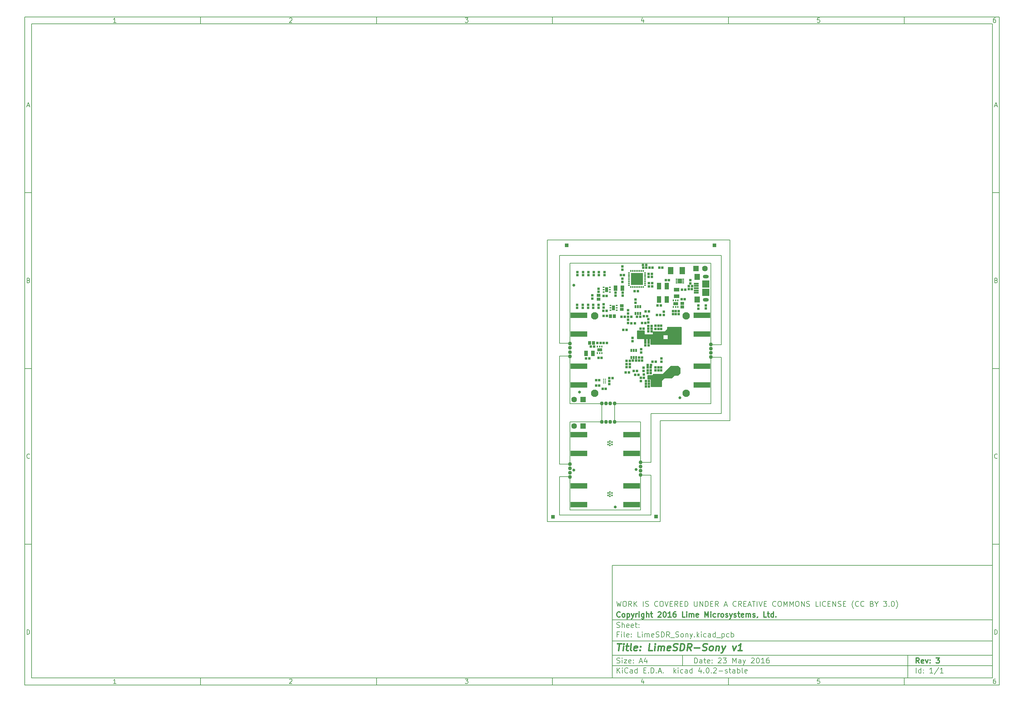
<source format=gbs>
G04 #@! TF.FileFunction,Soldermask,Bot*
%FSLAX46Y46*%
G04 Gerber Fmt 4.6, Leading zero omitted, Abs format (unit mm)*
G04 Created by KiCad (PCBNEW 4.0.2-stable) date 23/05/2016 22:28:53*
%MOMM*%
G01*
G04 APERTURE LIST*
%ADD10C,0.150000*%
%ADD11C,0.300000*%
%ADD12C,0.400000*%
%ADD13C,0.200000*%
%ADD14R,1.095680X1.095680*%
%ADD15C,0.800000*%
%ADD16C,1.100000*%
%ADD17C,2.100000*%
%ADD18R,4.796460X1.596060*%
%ADD19R,1.499540X0.999160*%
%ADD20R,0.693420X0.693420*%
%ADD21R,0.995680X0.896620*%
%ADD22R,0.896620X0.995680*%
%ADD23R,0.999160X1.499540*%
%ADD24R,0.642620X0.693420*%
%ADD25R,0.693420X0.642620*%
%ADD26C,0.470000*%
%ADD27R,1.616380X1.616380*%
%ADD28C,1.616380*%
%ADD29R,0.500000X0.900000*%
%ADD30C,0.350000*%
%ADD31R,1.624000X2.132000*%
%ADD32R,0.530000X0.460000*%
%ADD33R,1.250000X1.400000*%
%ADD34R,1.300000X1.900000*%
%ADD35R,0.500000X0.350000*%
%ADD36R,0.350000X0.500000*%
%ADD37R,3.500000X3.500000*%
%ADD38R,1.100000X1.100000*%
%ADD39R,1.450000X0.500000*%
%ADD40R,1.500000X1.700000*%
%ADD41O,1.700000X1.000000*%
%ADD42R,2.000000X2.000000*%
%ADD43R,0.360000X0.500000*%
%ADD44R,1.400000X0.900000*%
%ADD45C,0.600000*%
%ADD46R,0.500000X0.360000*%
%ADD47R,0.900000X1.400000*%
%ADD48C,0.254000*%
G04 APERTURE END LIST*
D10*
X177002200Y-166007200D02*
X177002200Y-198007200D01*
X285002200Y-198007200D01*
X285002200Y-166007200D01*
X177002200Y-166007200D01*
X10000000Y-10000000D02*
X10000000Y-200007200D01*
X287002200Y-200007200D01*
X287002200Y-10000000D01*
X10000000Y-10000000D01*
X12000000Y-12000000D02*
X12000000Y-198007200D01*
X285002200Y-198007200D01*
X285002200Y-12000000D01*
X12000000Y-12000000D01*
X60000000Y-12000000D02*
X60000000Y-10000000D01*
X110000000Y-12000000D02*
X110000000Y-10000000D01*
X160000000Y-12000000D02*
X160000000Y-10000000D01*
X210000000Y-12000000D02*
X210000000Y-10000000D01*
X260000000Y-12000000D02*
X260000000Y-10000000D01*
X35990476Y-11588095D02*
X35247619Y-11588095D01*
X35619048Y-11588095D02*
X35619048Y-10288095D01*
X35495238Y-10473810D01*
X35371429Y-10597619D01*
X35247619Y-10659524D01*
X85247619Y-10411905D02*
X85309524Y-10350000D01*
X85433333Y-10288095D01*
X85742857Y-10288095D01*
X85866667Y-10350000D01*
X85928571Y-10411905D01*
X85990476Y-10535714D01*
X85990476Y-10659524D01*
X85928571Y-10845238D01*
X85185714Y-11588095D01*
X85990476Y-11588095D01*
X135185714Y-10288095D02*
X135990476Y-10288095D01*
X135557143Y-10783333D01*
X135742857Y-10783333D01*
X135866667Y-10845238D01*
X135928571Y-10907143D01*
X135990476Y-11030952D01*
X135990476Y-11340476D01*
X135928571Y-11464286D01*
X135866667Y-11526190D01*
X135742857Y-11588095D01*
X135371429Y-11588095D01*
X135247619Y-11526190D01*
X135185714Y-11464286D01*
X185866667Y-10721429D02*
X185866667Y-11588095D01*
X185557143Y-10226190D02*
X185247619Y-11154762D01*
X186052381Y-11154762D01*
X235928571Y-10288095D02*
X235309524Y-10288095D01*
X235247619Y-10907143D01*
X235309524Y-10845238D01*
X235433333Y-10783333D01*
X235742857Y-10783333D01*
X235866667Y-10845238D01*
X235928571Y-10907143D01*
X235990476Y-11030952D01*
X235990476Y-11340476D01*
X235928571Y-11464286D01*
X235866667Y-11526190D01*
X235742857Y-11588095D01*
X235433333Y-11588095D01*
X235309524Y-11526190D01*
X235247619Y-11464286D01*
X285866667Y-10288095D02*
X285619048Y-10288095D01*
X285495238Y-10350000D01*
X285433333Y-10411905D01*
X285309524Y-10597619D01*
X285247619Y-10845238D01*
X285247619Y-11340476D01*
X285309524Y-11464286D01*
X285371429Y-11526190D01*
X285495238Y-11588095D01*
X285742857Y-11588095D01*
X285866667Y-11526190D01*
X285928571Y-11464286D01*
X285990476Y-11340476D01*
X285990476Y-11030952D01*
X285928571Y-10907143D01*
X285866667Y-10845238D01*
X285742857Y-10783333D01*
X285495238Y-10783333D01*
X285371429Y-10845238D01*
X285309524Y-10907143D01*
X285247619Y-11030952D01*
X60000000Y-198007200D02*
X60000000Y-200007200D01*
X110000000Y-198007200D02*
X110000000Y-200007200D01*
X160000000Y-198007200D02*
X160000000Y-200007200D01*
X210000000Y-198007200D02*
X210000000Y-200007200D01*
X260000000Y-198007200D02*
X260000000Y-200007200D01*
X35990476Y-199595295D02*
X35247619Y-199595295D01*
X35619048Y-199595295D02*
X35619048Y-198295295D01*
X35495238Y-198481010D01*
X35371429Y-198604819D01*
X35247619Y-198666724D01*
X85247619Y-198419105D02*
X85309524Y-198357200D01*
X85433333Y-198295295D01*
X85742857Y-198295295D01*
X85866667Y-198357200D01*
X85928571Y-198419105D01*
X85990476Y-198542914D01*
X85990476Y-198666724D01*
X85928571Y-198852438D01*
X85185714Y-199595295D01*
X85990476Y-199595295D01*
X135185714Y-198295295D02*
X135990476Y-198295295D01*
X135557143Y-198790533D01*
X135742857Y-198790533D01*
X135866667Y-198852438D01*
X135928571Y-198914343D01*
X135990476Y-199038152D01*
X135990476Y-199347676D01*
X135928571Y-199471486D01*
X135866667Y-199533390D01*
X135742857Y-199595295D01*
X135371429Y-199595295D01*
X135247619Y-199533390D01*
X135185714Y-199471486D01*
X185866667Y-198728629D02*
X185866667Y-199595295D01*
X185557143Y-198233390D02*
X185247619Y-199161962D01*
X186052381Y-199161962D01*
X235928571Y-198295295D02*
X235309524Y-198295295D01*
X235247619Y-198914343D01*
X235309524Y-198852438D01*
X235433333Y-198790533D01*
X235742857Y-198790533D01*
X235866667Y-198852438D01*
X235928571Y-198914343D01*
X235990476Y-199038152D01*
X235990476Y-199347676D01*
X235928571Y-199471486D01*
X235866667Y-199533390D01*
X235742857Y-199595295D01*
X235433333Y-199595295D01*
X235309524Y-199533390D01*
X235247619Y-199471486D01*
X285866667Y-198295295D02*
X285619048Y-198295295D01*
X285495238Y-198357200D01*
X285433333Y-198419105D01*
X285309524Y-198604819D01*
X285247619Y-198852438D01*
X285247619Y-199347676D01*
X285309524Y-199471486D01*
X285371429Y-199533390D01*
X285495238Y-199595295D01*
X285742857Y-199595295D01*
X285866667Y-199533390D01*
X285928571Y-199471486D01*
X285990476Y-199347676D01*
X285990476Y-199038152D01*
X285928571Y-198914343D01*
X285866667Y-198852438D01*
X285742857Y-198790533D01*
X285495238Y-198790533D01*
X285371429Y-198852438D01*
X285309524Y-198914343D01*
X285247619Y-199038152D01*
X10000000Y-60000000D02*
X12000000Y-60000000D01*
X10000000Y-110000000D02*
X12000000Y-110000000D01*
X10000000Y-160000000D02*
X12000000Y-160000000D01*
X10690476Y-35216667D02*
X11309524Y-35216667D01*
X10566667Y-35588095D02*
X11000000Y-34288095D01*
X11433333Y-35588095D01*
X11092857Y-84907143D02*
X11278571Y-84969048D01*
X11340476Y-85030952D01*
X11402381Y-85154762D01*
X11402381Y-85340476D01*
X11340476Y-85464286D01*
X11278571Y-85526190D01*
X11154762Y-85588095D01*
X10659524Y-85588095D01*
X10659524Y-84288095D01*
X11092857Y-84288095D01*
X11216667Y-84350000D01*
X11278571Y-84411905D01*
X11340476Y-84535714D01*
X11340476Y-84659524D01*
X11278571Y-84783333D01*
X11216667Y-84845238D01*
X11092857Y-84907143D01*
X10659524Y-84907143D01*
X11402381Y-135464286D02*
X11340476Y-135526190D01*
X11154762Y-135588095D01*
X11030952Y-135588095D01*
X10845238Y-135526190D01*
X10721429Y-135402381D01*
X10659524Y-135278571D01*
X10597619Y-135030952D01*
X10597619Y-134845238D01*
X10659524Y-134597619D01*
X10721429Y-134473810D01*
X10845238Y-134350000D01*
X11030952Y-134288095D01*
X11154762Y-134288095D01*
X11340476Y-134350000D01*
X11402381Y-134411905D01*
X10659524Y-185588095D02*
X10659524Y-184288095D01*
X10969048Y-184288095D01*
X11154762Y-184350000D01*
X11278571Y-184473810D01*
X11340476Y-184597619D01*
X11402381Y-184845238D01*
X11402381Y-185030952D01*
X11340476Y-185278571D01*
X11278571Y-185402381D01*
X11154762Y-185526190D01*
X10969048Y-185588095D01*
X10659524Y-185588095D01*
X287002200Y-60000000D02*
X285002200Y-60000000D01*
X287002200Y-110000000D02*
X285002200Y-110000000D01*
X287002200Y-160000000D02*
X285002200Y-160000000D01*
X285692676Y-35216667D02*
X286311724Y-35216667D01*
X285568867Y-35588095D02*
X286002200Y-34288095D01*
X286435533Y-35588095D01*
X286095057Y-84907143D02*
X286280771Y-84969048D01*
X286342676Y-85030952D01*
X286404581Y-85154762D01*
X286404581Y-85340476D01*
X286342676Y-85464286D01*
X286280771Y-85526190D01*
X286156962Y-85588095D01*
X285661724Y-85588095D01*
X285661724Y-84288095D01*
X286095057Y-84288095D01*
X286218867Y-84350000D01*
X286280771Y-84411905D01*
X286342676Y-84535714D01*
X286342676Y-84659524D01*
X286280771Y-84783333D01*
X286218867Y-84845238D01*
X286095057Y-84907143D01*
X285661724Y-84907143D01*
X286404581Y-135464286D02*
X286342676Y-135526190D01*
X286156962Y-135588095D01*
X286033152Y-135588095D01*
X285847438Y-135526190D01*
X285723629Y-135402381D01*
X285661724Y-135278571D01*
X285599819Y-135030952D01*
X285599819Y-134845238D01*
X285661724Y-134597619D01*
X285723629Y-134473810D01*
X285847438Y-134350000D01*
X286033152Y-134288095D01*
X286156962Y-134288095D01*
X286342676Y-134350000D01*
X286404581Y-134411905D01*
X285661724Y-185588095D02*
X285661724Y-184288095D01*
X285971248Y-184288095D01*
X286156962Y-184350000D01*
X286280771Y-184473810D01*
X286342676Y-184597619D01*
X286404581Y-184845238D01*
X286404581Y-185030952D01*
X286342676Y-185278571D01*
X286280771Y-185402381D01*
X286156962Y-185526190D01*
X285971248Y-185588095D01*
X285661724Y-185588095D01*
X200359343Y-193785771D02*
X200359343Y-192285771D01*
X200716486Y-192285771D01*
X200930771Y-192357200D01*
X201073629Y-192500057D01*
X201145057Y-192642914D01*
X201216486Y-192928629D01*
X201216486Y-193142914D01*
X201145057Y-193428629D01*
X201073629Y-193571486D01*
X200930771Y-193714343D01*
X200716486Y-193785771D01*
X200359343Y-193785771D01*
X202502200Y-193785771D02*
X202502200Y-193000057D01*
X202430771Y-192857200D01*
X202287914Y-192785771D01*
X202002200Y-192785771D01*
X201859343Y-192857200D01*
X202502200Y-193714343D02*
X202359343Y-193785771D01*
X202002200Y-193785771D01*
X201859343Y-193714343D01*
X201787914Y-193571486D01*
X201787914Y-193428629D01*
X201859343Y-193285771D01*
X202002200Y-193214343D01*
X202359343Y-193214343D01*
X202502200Y-193142914D01*
X203002200Y-192785771D02*
X203573629Y-192785771D01*
X203216486Y-192285771D02*
X203216486Y-193571486D01*
X203287914Y-193714343D01*
X203430772Y-193785771D01*
X203573629Y-193785771D01*
X204645057Y-193714343D02*
X204502200Y-193785771D01*
X204216486Y-193785771D01*
X204073629Y-193714343D01*
X204002200Y-193571486D01*
X204002200Y-193000057D01*
X204073629Y-192857200D01*
X204216486Y-192785771D01*
X204502200Y-192785771D01*
X204645057Y-192857200D01*
X204716486Y-193000057D01*
X204716486Y-193142914D01*
X204002200Y-193285771D01*
X205359343Y-193642914D02*
X205430771Y-193714343D01*
X205359343Y-193785771D01*
X205287914Y-193714343D01*
X205359343Y-193642914D01*
X205359343Y-193785771D01*
X205359343Y-192857200D02*
X205430771Y-192928629D01*
X205359343Y-193000057D01*
X205287914Y-192928629D01*
X205359343Y-192857200D01*
X205359343Y-193000057D01*
X207145057Y-192428629D02*
X207216486Y-192357200D01*
X207359343Y-192285771D01*
X207716486Y-192285771D01*
X207859343Y-192357200D01*
X207930772Y-192428629D01*
X208002200Y-192571486D01*
X208002200Y-192714343D01*
X207930772Y-192928629D01*
X207073629Y-193785771D01*
X208002200Y-193785771D01*
X208502200Y-192285771D02*
X209430771Y-192285771D01*
X208930771Y-192857200D01*
X209145057Y-192857200D01*
X209287914Y-192928629D01*
X209359343Y-193000057D01*
X209430771Y-193142914D01*
X209430771Y-193500057D01*
X209359343Y-193642914D01*
X209287914Y-193714343D01*
X209145057Y-193785771D01*
X208716485Y-193785771D01*
X208573628Y-193714343D01*
X208502200Y-193642914D01*
X211216485Y-193785771D02*
X211216485Y-192285771D01*
X211716485Y-193357200D01*
X212216485Y-192285771D01*
X212216485Y-193785771D01*
X213573628Y-193785771D02*
X213573628Y-193000057D01*
X213502199Y-192857200D01*
X213359342Y-192785771D01*
X213073628Y-192785771D01*
X212930771Y-192857200D01*
X213573628Y-193714343D02*
X213430771Y-193785771D01*
X213073628Y-193785771D01*
X212930771Y-193714343D01*
X212859342Y-193571486D01*
X212859342Y-193428629D01*
X212930771Y-193285771D01*
X213073628Y-193214343D01*
X213430771Y-193214343D01*
X213573628Y-193142914D01*
X214145057Y-192785771D02*
X214502200Y-193785771D01*
X214859342Y-192785771D02*
X214502200Y-193785771D01*
X214359342Y-194142914D01*
X214287914Y-194214343D01*
X214145057Y-194285771D01*
X216502199Y-192428629D02*
X216573628Y-192357200D01*
X216716485Y-192285771D01*
X217073628Y-192285771D01*
X217216485Y-192357200D01*
X217287914Y-192428629D01*
X217359342Y-192571486D01*
X217359342Y-192714343D01*
X217287914Y-192928629D01*
X216430771Y-193785771D01*
X217359342Y-193785771D01*
X218287913Y-192285771D02*
X218430770Y-192285771D01*
X218573627Y-192357200D01*
X218645056Y-192428629D01*
X218716485Y-192571486D01*
X218787913Y-192857200D01*
X218787913Y-193214343D01*
X218716485Y-193500057D01*
X218645056Y-193642914D01*
X218573627Y-193714343D01*
X218430770Y-193785771D01*
X218287913Y-193785771D01*
X218145056Y-193714343D01*
X218073627Y-193642914D01*
X218002199Y-193500057D01*
X217930770Y-193214343D01*
X217930770Y-192857200D01*
X218002199Y-192571486D01*
X218073627Y-192428629D01*
X218145056Y-192357200D01*
X218287913Y-192285771D01*
X220216484Y-193785771D02*
X219359341Y-193785771D01*
X219787913Y-193785771D02*
X219787913Y-192285771D01*
X219645056Y-192500057D01*
X219502198Y-192642914D01*
X219359341Y-192714343D01*
X221502198Y-192285771D02*
X221216484Y-192285771D01*
X221073627Y-192357200D01*
X221002198Y-192428629D01*
X220859341Y-192642914D01*
X220787912Y-192928629D01*
X220787912Y-193500057D01*
X220859341Y-193642914D01*
X220930769Y-193714343D01*
X221073627Y-193785771D01*
X221359341Y-193785771D01*
X221502198Y-193714343D01*
X221573627Y-193642914D01*
X221645055Y-193500057D01*
X221645055Y-193142914D01*
X221573627Y-193000057D01*
X221502198Y-192928629D01*
X221359341Y-192857200D01*
X221073627Y-192857200D01*
X220930769Y-192928629D01*
X220859341Y-193000057D01*
X220787912Y-193142914D01*
X177002200Y-194507200D02*
X285002200Y-194507200D01*
X178359343Y-196585771D02*
X178359343Y-195085771D01*
X179216486Y-196585771D02*
X178573629Y-195728629D01*
X179216486Y-195085771D02*
X178359343Y-195942914D01*
X179859343Y-196585771D02*
X179859343Y-195585771D01*
X179859343Y-195085771D02*
X179787914Y-195157200D01*
X179859343Y-195228629D01*
X179930771Y-195157200D01*
X179859343Y-195085771D01*
X179859343Y-195228629D01*
X181430772Y-196442914D02*
X181359343Y-196514343D01*
X181145057Y-196585771D01*
X181002200Y-196585771D01*
X180787915Y-196514343D01*
X180645057Y-196371486D01*
X180573629Y-196228629D01*
X180502200Y-195942914D01*
X180502200Y-195728629D01*
X180573629Y-195442914D01*
X180645057Y-195300057D01*
X180787915Y-195157200D01*
X181002200Y-195085771D01*
X181145057Y-195085771D01*
X181359343Y-195157200D01*
X181430772Y-195228629D01*
X182716486Y-196585771D02*
X182716486Y-195800057D01*
X182645057Y-195657200D01*
X182502200Y-195585771D01*
X182216486Y-195585771D01*
X182073629Y-195657200D01*
X182716486Y-196514343D02*
X182573629Y-196585771D01*
X182216486Y-196585771D01*
X182073629Y-196514343D01*
X182002200Y-196371486D01*
X182002200Y-196228629D01*
X182073629Y-196085771D01*
X182216486Y-196014343D01*
X182573629Y-196014343D01*
X182716486Y-195942914D01*
X184073629Y-196585771D02*
X184073629Y-195085771D01*
X184073629Y-196514343D02*
X183930772Y-196585771D01*
X183645058Y-196585771D01*
X183502200Y-196514343D01*
X183430772Y-196442914D01*
X183359343Y-196300057D01*
X183359343Y-195871486D01*
X183430772Y-195728629D01*
X183502200Y-195657200D01*
X183645058Y-195585771D01*
X183930772Y-195585771D01*
X184073629Y-195657200D01*
X185930772Y-195800057D02*
X186430772Y-195800057D01*
X186645058Y-196585771D02*
X185930772Y-196585771D01*
X185930772Y-195085771D01*
X186645058Y-195085771D01*
X187287915Y-196442914D02*
X187359343Y-196514343D01*
X187287915Y-196585771D01*
X187216486Y-196514343D01*
X187287915Y-196442914D01*
X187287915Y-196585771D01*
X188002201Y-196585771D02*
X188002201Y-195085771D01*
X188359344Y-195085771D01*
X188573629Y-195157200D01*
X188716487Y-195300057D01*
X188787915Y-195442914D01*
X188859344Y-195728629D01*
X188859344Y-195942914D01*
X188787915Y-196228629D01*
X188716487Y-196371486D01*
X188573629Y-196514343D01*
X188359344Y-196585771D01*
X188002201Y-196585771D01*
X189502201Y-196442914D02*
X189573629Y-196514343D01*
X189502201Y-196585771D01*
X189430772Y-196514343D01*
X189502201Y-196442914D01*
X189502201Y-196585771D01*
X190145058Y-196157200D02*
X190859344Y-196157200D01*
X190002201Y-196585771D02*
X190502201Y-195085771D01*
X191002201Y-196585771D01*
X191502201Y-196442914D02*
X191573629Y-196514343D01*
X191502201Y-196585771D01*
X191430772Y-196514343D01*
X191502201Y-196442914D01*
X191502201Y-196585771D01*
X194502201Y-196585771D02*
X194502201Y-195085771D01*
X194645058Y-196014343D02*
X195073629Y-196585771D01*
X195073629Y-195585771D02*
X194502201Y-196157200D01*
X195716487Y-196585771D02*
X195716487Y-195585771D01*
X195716487Y-195085771D02*
X195645058Y-195157200D01*
X195716487Y-195228629D01*
X195787915Y-195157200D01*
X195716487Y-195085771D01*
X195716487Y-195228629D01*
X197073630Y-196514343D02*
X196930773Y-196585771D01*
X196645059Y-196585771D01*
X196502201Y-196514343D01*
X196430773Y-196442914D01*
X196359344Y-196300057D01*
X196359344Y-195871486D01*
X196430773Y-195728629D01*
X196502201Y-195657200D01*
X196645059Y-195585771D01*
X196930773Y-195585771D01*
X197073630Y-195657200D01*
X198359344Y-196585771D02*
X198359344Y-195800057D01*
X198287915Y-195657200D01*
X198145058Y-195585771D01*
X197859344Y-195585771D01*
X197716487Y-195657200D01*
X198359344Y-196514343D02*
X198216487Y-196585771D01*
X197859344Y-196585771D01*
X197716487Y-196514343D01*
X197645058Y-196371486D01*
X197645058Y-196228629D01*
X197716487Y-196085771D01*
X197859344Y-196014343D01*
X198216487Y-196014343D01*
X198359344Y-195942914D01*
X199716487Y-196585771D02*
X199716487Y-195085771D01*
X199716487Y-196514343D02*
X199573630Y-196585771D01*
X199287916Y-196585771D01*
X199145058Y-196514343D01*
X199073630Y-196442914D01*
X199002201Y-196300057D01*
X199002201Y-195871486D01*
X199073630Y-195728629D01*
X199145058Y-195657200D01*
X199287916Y-195585771D01*
X199573630Y-195585771D01*
X199716487Y-195657200D01*
X202216487Y-195585771D02*
X202216487Y-196585771D01*
X201859344Y-195014343D02*
X201502201Y-196085771D01*
X202430773Y-196085771D01*
X203002201Y-196442914D02*
X203073629Y-196514343D01*
X203002201Y-196585771D01*
X202930772Y-196514343D01*
X203002201Y-196442914D01*
X203002201Y-196585771D01*
X204002201Y-195085771D02*
X204145058Y-195085771D01*
X204287915Y-195157200D01*
X204359344Y-195228629D01*
X204430773Y-195371486D01*
X204502201Y-195657200D01*
X204502201Y-196014343D01*
X204430773Y-196300057D01*
X204359344Y-196442914D01*
X204287915Y-196514343D01*
X204145058Y-196585771D01*
X204002201Y-196585771D01*
X203859344Y-196514343D01*
X203787915Y-196442914D01*
X203716487Y-196300057D01*
X203645058Y-196014343D01*
X203645058Y-195657200D01*
X203716487Y-195371486D01*
X203787915Y-195228629D01*
X203859344Y-195157200D01*
X204002201Y-195085771D01*
X205145058Y-196442914D02*
X205216486Y-196514343D01*
X205145058Y-196585771D01*
X205073629Y-196514343D01*
X205145058Y-196442914D01*
X205145058Y-196585771D01*
X205787915Y-195228629D02*
X205859344Y-195157200D01*
X206002201Y-195085771D01*
X206359344Y-195085771D01*
X206502201Y-195157200D01*
X206573630Y-195228629D01*
X206645058Y-195371486D01*
X206645058Y-195514343D01*
X206573630Y-195728629D01*
X205716487Y-196585771D01*
X206645058Y-196585771D01*
X207287915Y-196014343D02*
X208430772Y-196014343D01*
X209073629Y-196514343D02*
X209216486Y-196585771D01*
X209502201Y-196585771D01*
X209645058Y-196514343D01*
X209716486Y-196371486D01*
X209716486Y-196300057D01*
X209645058Y-196157200D01*
X209502201Y-196085771D01*
X209287915Y-196085771D01*
X209145058Y-196014343D01*
X209073629Y-195871486D01*
X209073629Y-195800057D01*
X209145058Y-195657200D01*
X209287915Y-195585771D01*
X209502201Y-195585771D01*
X209645058Y-195657200D01*
X210145058Y-195585771D02*
X210716487Y-195585771D01*
X210359344Y-195085771D02*
X210359344Y-196371486D01*
X210430772Y-196514343D01*
X210573630Y-196585771D01*
X210716487Y-196585771D01*
X211859344Y-196585771D02*
X211859344Y-195800057D01*
X211787915Y-195657200D01*
X211645058Y-195585771D01*
X211359344Y-195585771D01*
X211216487Y-195657200D01*
X211859344Y-196514343D02*
X211716487Y-196585771D01*
X211359344Y-196585771D01*
X211216487Y-196514343D01*
X211145058Y-196371486D01*
X211145058Y-196228629D01*
X211216487Y-196085771D01*
X211359344Y-196014343D01*
X211716487Y-196014343D01*
X211859344Y-195942914D01*
X212573630Y-196585771D02*
X212573630Y-195085771D01*
X212573630Y-195657200D02*
X212716487Y-195585771D01*
X213002201Y-195585771D01*
X213145058Y-195657200D01*
X213216487Y-195728629D01*
X213287916Y-195871486D01*
X213287916Y-196300057D01*
X213216487Y-196442914D01*
X213145058Y-196514343D01*
X213002201Y-196585771D01*
X212716487Y-196585771D01*
X212573630Y-196514343D01*
X214145059Y-196585771D02*
X214002201Y-196514343D01*
X213930773Y-196371486D01*
X213930773Y-195085771D01*
X215287915Y-196514343D02*
X215145058Y-196585771D01*
X214859344Y-196585771D01*
X214716487Y-196514343D01*
X214645058Y-196371486D01*
X214645058Y-195800057D01*
X214716487Y-195657200D01*
X214859344Y-195585771D01*
X215145058Y-195585771D01*
X215287915Y-195657200D01*
X215359344Y-195800057D01*
X215359344Y-195942914D01*
X214645058Y-196085771D01*
X177002200Y-191507200D02*
X285002200Y-191507200D01*
D11*
X264216486Y-193785771D02*
X263716486Y-193071486D01*
X263359343Y-193785771D02*
X263359343Y-192285771D01*
X263930771Y-192285771D01*
X264073629Y-192357200D01*
X264145057Y-192428629D01*
X264216486Y-192571486D01*
X264216486Y-192785771D01*
X264145057Y-192928629D01*
X264073629Y-193000057D01*
X263930771Y-193071486D01*
X263359343Y-193071486D01*
X265430771Y-193714343D02*
X265287914Y-193785771D01*
X265002200Y-193785771D01*
X264859343Y-193714343D01*
X264787914Y-193571486D01*
X264787914Y-193000057D01*
X264859343Y-192857200D01*
X265002200Y-192785771D01*
X265287914Y-192785771D01*
X265430771Y-192857200D01*
X265502200Y-193000057D01*
X265502200Y-193142914D01*
X264787914Y-193285771D01*
X266002200Y-192785771D02*
X266359343Y-193785771D01*
X266716485Y-192785771D01*
X267287914Y-193642914D02*
X267359342Y-193714343D01*
X267287914Y-193785771D01*
X267216485Y-193714343D01*
X267287914Y-193642914D01*
X267287914Y-193785771D01*
X267287914Y-192857200D02*
X267359342Y-192928629D01*
X267287914Y-193000057D01*
X267216485Y-192928629D01*
X267287914Y-192857200D01*
X267287914Y-193000057D01*
X269002200Y-192285771D02*
X269930771Y-192285771D01*
X269430771Y-192857200D01*
X269645057Y-192857200D01*
X269787914Y-192928629D01*
X269859343Y-193000057D01*
X269930771Y-193142914D01*
X269930771Y-193500057D01*
X269859343Y-193642914D01*
X269787914Y-193714343D01*
X269645057Y-193785771D01*
X269216485Y-193785771D01*
X269073628Y-193714343D01*
X269002200Y-193642914D01*
D10*
X178287914Y-193714343D02*
X178502200Y-193785771D01*
X178859343Y-193785771D01*
X179002200Y-193714343D01*
X179073629Y-193642914D01*
X179145057Y-193500057D01*
X179145057Y-193357200D01*
X179073629Y-193214343D01*
X179002200Y-193142914D01*
X178859343Y-193071486D01*
X178573629Y-193000057D01*
X178430771Y-192928629D01*
X178359343Y-192857200D01*
X178287914Y-192714343D01*
X178287914Y-192571486D01*
X178359343Y-192428629D01*
X178430771Y-192357200D01*
X178573629Y-192285771D01*
X178930771Y-192285771D01*
X179145057Y-192357200D01*
X179787914Y-193785771D02*
X179787914Y-192785771D01*
X179787914Y-192285771D02*
X179716485Y-192357200D01*
X179787914Y-192428629D01*
X179859342Y-192357200D01*
X179787914Y-192285771D01*
X179787914Y-192428629D01*
X180359343Y-192785771D02*
X181145057Y-192785771D01*
X180359343Y-193785771D01*
X181145057Y-193785771D01*
X182287914Y-193714343D02*
X182145057Y-193785771D01*
X181859343Y-193785771D01*
X181716486Y-193714343D01*
X181645057Y-193571486D01*
X181645057Y-193000057D01*
X181716486Y-192857200D01*
X181859343Y-192785771D01*
X182145057Y-192785771D01*
X182287914Y-192857200D01*
X182359343Y-193000057D01*
X182359343Y-193142914D01*
X181645057Y-193285771D01*
X183002200Y-193642914D02*
X183073628Y-193714343D01*
X183002200Y-193785771D01*
X182930771Y-193714343D01*
X183002200Y-193642914D01*
X183002200Y-193785771D01*
X183002200Y-192857200D02*
X183073628Y-192928629D01*
X183002200Y-193000057D01*
X182930771Y-192928629D01*
X183002200Y-192857200D01*
X183002200Y-193000057D01*
X184787914Y-193357200D02*
X185502200Y-193357200D01*
X184645057Y-193785771D02*
X185145057Y-192285771D01*
X185645057Y-193785771D01*
X186787914Y-192785771D02*
X186787914Y-193785771D01*
X186430771Y-192214343D02*
X186073628Y-193285771D01*
X187002200Y-193285771D01*
X263359343Y-196585771D02*
X263359343Y-195085771D01*
X264716486Y-196585771D02*
X264716486Y-195085771D01*
X264716486Y-196514343D02*
X264573629Y-196585771D01*
X264287915Y-196585771D01*
X264145057Y-196514343D01*
X264073629Y-196442914D01*
X264002200Y-196300057D01*
X264002200Y-195871486D01*
X264073629Y-195728629D01*
X264145057Y-195657200D01*
X264287915Y-195585771D01*
X264573629Y-195585771D01*
X264716486Y-195657200D01*
X265430772Y-196442914D02*
X265502200Y-196514343D01*
X265430772Y-196585771D01*
X265359343Y-196514343D01*
X265430772Y-196442914D01*
X265430772Y-196585771D01*
X265430772Y-195657200D02*
X265502200Y-195728629D01*
X265430772Y-195800057D01*
X265359343Y-195728629D01*
X265430772Y-195657200D01*
X265430772Y-195800057D01*
X268073629Y-196585771D02*
X267216486Y-196585771D01*
X267645058Y-196585771D02*
X267645058Y-195085771D01*
X267502201Y-195300057D01*
X267359343Y-195442914D01*
X267216486Y-195514343D01*
X269787914Y-195014343D02*
X268502200Y-196942914D01*
X271073629Y-196585771D02*
X270216486Y-196585771D01*
X270645058Y-196585771D02*
X270645058Y-195085771D01*
X270502201Y-195300057D01*
X270359343Y-195442914D01*
X270216486Y-195514343D01*
X177002200Y-187507200D02*
X285002200Y-187507200D01*
D12*
X178454581Y-188211962D02*
X179597438Y-188211962D01*
X178776010Y-190211962D02*
X179026010Y-188211962D01*
X180014105Y-190211962D02*
X180180771Y-188878629D01*
X180264105Y-188211962D02*
X180156962Y-188307200D01*
X180240295Y-188402438D01*
X180347439Y-188307200D01*
X180264105Y-188211962D01*
X180240295Y-188402438D01*
X180847438Y-188878629D02*
X181609343Y-188878629D01*
X181216486Y-188211962D02*
X181002200Y-189926248D01*
X181073630Y-190116724D01*
X181252201Y-190211962D01*
X181442677Y-190211962D01*
X182395058Y-190211962D02*
X182216487Y-190116724D01*
X182145057Y-189926248D01*
X182359343Y-188211962D01*
X183930772Y-190116724D02*
X183728391Y-190211962D01*
X183347439Y-190211962D01*
X183168867Y-190116724D01*
X183097438Y-189926248D01*
X183192676Y-189164343D01*
X183311724Y-188973867D01*
X183514105Y-188878629D01*
X183895057Y-188878629D01*
X184073629Y-188973867D01*
X184145057Y-189164343D01*
X184121248Y-189354819D01*
X183145057Y-189545295D01*
X184895057Y-190021486D02*
X184978392Y-190116724D01*
X184871248Y-190211962D01*
X184787915Y-190116724D01*
X184895057Y-190021486D01*
X184871248Y-190211962D01*
X185026010Y-188973867D02*
X185109344Y-189069105D01*
X185002200Y-189164343D01*
X184918867Y-189069105D01*
X185026010Y-188973867D01*
X185002200Y-189164343D01*
X188299820Y-190211962D02*
X187347439Y-190211962D01*
X187597439Y-188211962D01*
X188966487Y-190211962D02*
X189133153Y-188878629D01*
X189216487Y-188211962D02*
X189109344Y-188307200D01*
X189192677Y-188402438D01*
X189299821Y-188307200D01*
X189216487Y-188211962D01*
X189192677Y-188402438D01*
X189918868Y-190211962D02*
X190085534Y-188878629D01*
X190061725Y-189069105D02*
X190168869Y-188973867D01*
X190371249Y-188878629D01*
X190656963Y-188878629D01*
X190835535Y-188973867D01*
X190906963Y-189164343D01*
X190776011Y-190211962D01*
X190906963Y-189164343D02*
X191026011Y-188973867D01*
X191228392Y-188878629D01*
X191514106Y-188878629D01*
X191692678Y-188973867D01*
X191764106Y-189164343D01*
X191633154Y-190211962D01*
X193359345Y-190116724D02*
X193156964Y-190211962D01*
X192776012Y-190211962D01*
X192597440Y-190116724D01*
X192526011Y-189926248D01*
X192621249Y-189164343D01*
X192740297Y-188973867D01*
X192942678Y-188878629D01*
X193323630Y-188878629D01*
X193502202Y-188973867D01*
X193573630Y-189164343D01*
X193549821Y-189354819D01*
X192573630Y-189545295D01*
X194216488Y-190116724D02*
X194490298Y-190211962D01*
X194966488Y-190211962D01*
X195168869Y-190116724D01*
X195276011Y-190021486D01*
X195395060Y-189831010D01*
X195418869Y-189640533D01*
X195347440Y-189450057D01*
X195264107Y-189354819D01*
X195085535Y-189259581D01*
X194716488Y-189164343D01*
X194537917Y-189069105D01*
X194454583Y-188973867D01*
X194383154Y-188783390D01*
X194406964Y-188592914D01*
X194526011Y-188402438D01*
X194633155Y-188307200D01*
X194835536Y-188211962D01*
X195311726Y-188211962D01*
X195585536Y-188307200D01*
X196204583Y-190211962D02*
X196454583Y-188211962D01*
X196930774Y-188211962D01*
X197204583Y-188307200D01*
X197371250Y-188497676D01*
X197442679Y-188688152D01*
X197490298Y-189069105D01*
X197454584Y-189354819D01*
X197311727Y-189735771D01*
X197192678Y-189926248D01*
X196978393Y-190116724D01*
X196680774Y-190211962D01*
X196204583Y-190211962D01*
X199347441Y-190211962D02*
X198799821Y-189259581D01*
X198204583Y-190211962D02*
X198454583Y-188211962D01*
X199216488Y-188211962D01*
X199395059Y-188307200D01*
X199478393Y-188402438D01*
X199549822Y-188592914D01*
X199514107Y-188878629D01*
X199395060Y-189069105D01*
X199287916Y-189164343D01*
X199085535Y-189259581D01*
X198323630Y-189259581D01*
X200299821Y-189450057D02*
X201823631Y-189450057D01*
X202597440Y-190116724D02*
X202871250Y-190211962D01*
X203347440Y-190211962D01*
X203549821Y-190116724D01*
X203656963Y-190021486D01*
X203776012Y-189831010D01*
X203799821Y-189640533D01*
X203728392Y-189450057D01*
X203645059Y-189354819D01*
X203466487Y-189259581D01*
X203097440Y-189164343D01*
X202918869Y-189069105D01*
X202835535Y-188973867D01*
X202764106Y-188783390D01*
X202787916Y-188592914D01*
X202906963Y-188402438D01*
X203014107Y-188307200D01*
X203216488Y-188211962D01*
X203692678Y-188211962D01*
X203966488Y-188307200D01*
X204871250Y-190211962D02*
X204692679Y-190116724D01*
X204609344Y-190021486D01*
X204537916Y-189831010D01*
X204609344Y-189259581D01*
X204728392Y-189069105D01*
X204835536Y-188973867D01*
X205037916Y-188878629D01*
X205323630Y-188878629D01*
X205502202Y-188973867D01*
X205585535Y-189069105D01*
X205656963Y-189259581D01*
X205585535Y-189831010D01*
X205466487Y-190021486D01*
X205359345Y-190116724D01*
X205156964Y-190211962D01*
X204871250Y-190211962D01*
X206561725Y-188878629D02*
X206395059Y-190211962D01*
X206537916Y-189069105D02*
X206645060Y-188973867D01*
X206847440Y-188878629D01*
X207133154Y-188878629D01*
X207311726Y-188973867D01*
X207383154Y-189164343D01*
X207252202Y-190211962D01*
X208180773Y-188878629D02*
X208490298Y-190211962D01*
X209133154Y-188878629D02*
X208490298Y-190211962D01*
X208240298Y-190688152D01*
X208133154Y-190783390D01*
X207930773Y-190878629D01*
X211228393Y-188878629D02*
X211537918Y-190211962D01*
X212180774Y-188878629D01*
X213823633Y-190211962D02*
X212680775Y-190211962D01*
X213252204Y-190211962D02*
X213502204Y-188211962D01*
X213276014Y-188497676D01*
X213061728Y-188688152D01*
X212859346Y-188783390D01*
D10*
X178859343Y-185600057D02*
X178359343Y-185600057D01*
X178359343Y-186385771D02*
X178359343Y-184885771D01*
X179073629Y-184885771D01*
X179645057Y-186385771D02*
X179645057Y-185385771D01*
X179645057Y-184885771D02*
X179573628Y-184957200D01*
X179645057Y-185028629D01*
X179716485Y-184957200D01*
X179645057Y-184885771D01*
X179645057Y-185028629D01*
X180573629Y-186385771D02*
X180430771Y-186314343D01*
X180359343Y-186171486D01*
X180359343Y-184885771D01*
X181716485Y-186314343D02*
X181573628Y-186385771D01*
X181287914Y-186385771D01*
X181145057Y-186314343D01*
X181073628Y-186171486D01*
X181073628Y-185600057D01*
X181145057Y-185457200D01*
X181287914Y-185385771D01*
X181573628Y-185385771D01*
X181716485Y-185457200D01*
X181787914Y-185600057D01*
X181787914Y-185742914D01*
X181073628Y-185885771D01*
X182430771Y-186242914D02*
X182502199Y-186314343D01*
X182430771Y-186385771D01*
X182359342Y-186314343D01*
X182430771Y-186242914D01*
X182430771Y-186385771D01*
X182430771Y-185457200D02*
X182502199Y-185528629D01*
X182430771Y-185600057D01*
X182359342Y-185528629D01*
X182430771Y-185457200D01*
X182430771Y-185600057D01*
X185002200Y-186385771D02*
X184287914Y-186385771D01*
X184287914Y-184885771D01*
X185502200Y-186385771D02*
X185502200Y-185385771D01*
X185502200Y-184885771D02*
X185430771Y-184957200D01*
X185502200Y-185028629D01*
X185573628Y-184957200D01*
X185502200Y-184885771D01*
X185502200Y-185028629D01*
X186216486Y-186385771D02*
X186216486Y-185385771D01*
X186216486Y-185528629D02*
X186287914Y-185457200D01*
X186430772Y-185385771D01*
X186645057Y-185385771D01*
X186787914Y-185457200D01*
X186859343Y-185600057D01*
X186859343Y-186385771D01*
X186859343Y-185600057D02*
X186930772Y-185457200D01*
X187073629Y-185385771D01*
X187287914Y-185385771D01*
X187430772Y-185457200D01*
X187502200Y-185600057D01*
X187502200Y-186385771D01*
X188787914Y-186314343D02*
X188645057Y-186385771D01*
X188359343Y-186385771D01*
X188216486Y-186314343D01*
X188145057Y-186171486D01*
X188145057Y-185600057D01*
X188216486Y-185457200D01*
X188359343Y-185385771D01*
X188645057Y-185385771D01*
X188787914Y-185457200D01*
X188859343Y-185600057D01*
X188859343Y-185742914D01*
X188145057Y-185885771D01*
X189430771Y-186314343D02*
X189645057Y-186385771D01*
X190002200Y-186385771D01*
X190145057Y-186314343D01*
X190216486Y-186242914D01*
X190287914Y-186100057D01*
X190287914Y-185957200D01*
X190216486Y-185814343D01*
X190145057Y-185742914D01*
X190002200Y-185671486D01*
X189716486Y-185600057D01*
X189573628Y-185528629D01*
X189502200Y-185457200D01*
X189430771Y-185314343D01*
X189430771Y-185171486D01*
X189502200Y-185028629D01*
X189573628Y-184957200D01*
X189716486Y-184885771D01*
X190073628Y-184885771D01*
X190287914Y-184957200D01*
X190930771Y-186385771D02*
X190930771Y-184885771D01*
X191287914Y-184885771D01*
X191502199Y-184957200D01*
X191645057Y-185100057D01*
X191716485Y-185242914D01*
X191787914Y-185528629D01*
X191787914Y-185742914D01*
X191716485Y-186028629D01*
X191645057Y-186171486D01*
X191502199Y-186314343D01*
X191287914Y-186385771D01*
X190930771Y-186385771D01*
X193287914Y-186385771D02*
X192787914Y-185671486D01*
X192430771Y-186385771D02*
X192430771Y-184885771D01*
X193002199Y-184885771D01*
X193145057Y-184957200D01*
X193216485Y-185028629D01*
X193287914Y-185171486D01*
X193287914Y-185385771D01*
X193216485Y-185528629D01*
X193145057Y-185600057D01*
X193002199Y-185671486D01*
X192430771Y-185671486D01*
X193573628Y-186528629D02*
X194716485Y-186528629D01*
X195002199Y-186314343D02*
X195216485Y-186385771D01*
X195573628Y-186385771D01*
X195716485Y-186314343D01*
X195787914Y-186242914D01*
X195859342Y-186100057D01*
X195859342Y-185957200D01*
X195787914Y-185814343D01*
X195716485Y-185742914D01*
X195573628Y-185671486D01*
X195287914Y-185600057D01*
X195145056Y-185528629D01*
X195073628Y-185457200D01*
X195002199Y-185314343D01*
X195002199Y-185171486D01*
X195073628Y-185028629D01*
X195145056Y-184957200D01*
X195287914Y-184885771D01*
X195645056Y-184885771D01*
X195859342Y-184957200D01*
X196716485Y-186385771D02*
X196573627Y-186314343D01*
X196502199Y-186242914D01*
X196430770Y-186100057D01*
X196430770Y-185671486D01*
X196502199Y-185528629D01*
X196573627Y-185457200D01*
X196716485Y-185385771D01*
X196930770Y-185385771D01*
X197073627Y-185457200D01*
X197145056Y-185528629D01*
X197216485Y-185671486D01*
X197216485Y-186100057D01*
X197145056Y-186242914D01*
X197073627Y-186314343D01*
X196930770Y-186385771D01*
X196716485Y-186385771D01*
X197859342Y-185385771D02*
X197859342Y-186385771D01*
X197859342Y-185528629D02*
X197930770Y-185457200D01*
X198073628Y-185385771D01*
X198287913Y-185385771D01*
X198430770Y-185457200D01*
X198502199Y-185600057D01*
X198502199Y-186385771D01*
X199073628Y-185385771D02*
X199430771Y-186385771D01*
X199787913Y-185385771D02*
X199430771Y-186385771D01*
X199287913Y-186742914D01*
X199216485Y-186814343D01*
X199073628Y-186885771D01*
X200359342Y-186242914D02*
X200430770Y-186314343D01*
X200359342Y-186385771D01*
X200287913Y-186314343D01*
X200359342Y-186242914D01*
X200359342Y-186385771D01*
X201073628Y-186385771D02*
X201073628Y-184885771D01*
X201216485Y-185814343D02*
X201645056Y-186385771D01*
X201645056Y-185385771D02*
X201073628Y-185957200D01*
X202287914Y-186385771D02*
X202287914Y-185385771D01*
X202287914Y-184885771D02*
X202216485Y-184957200D01*
X202287914Y-185028629D01*
X202359342Y-184957200D01*
X202287914Y-184885771D01*
X202287914Y-185028629D01*
X203645057Y-186314343D02*
X203502200Y-186385771D01*
X203216486Y-186385771D01*
X203073628Y-186314343D01*
X203002200Y-186242914D01*
X202930771Y-186100057D01*
X202930771Y-185671486D01*
X203002200Y-185528629D01*
X203073628Y-185457200D01*
X203216486Y-185385771D01*
X203502200Y-185385771D01*
X203645057Y-185457200D01*
X204930771Y-186385771D02*
X204930771Y-185600057D01*
X204859342Y-185457200D01*
X204716485Y-185385771D01*
X204430771Y-185385771D01*
X204287914Y-185457200D01*
X204930771Y-186314343D02*
X204787914Y-186385771D01*
X204430771Y-186385771D01*
X204287914Y-186314343D01*
X204216485Y-186171486D01*
X204216485Y-186028629D01*
X204287914Y-185885771D01*
X204430771Y-185814343D01*
X204787914Y-185814343D01*
X204930771Y-185742914D01*
X206287914Y-186385771D02*
X206287914Y-184885771D01*
X206287914Y-186314343D02*
X206145057Y-186385771D01*
X205859343Y-186385771D01*
X205716485Y-186314343D01*
X205645057Y-186242914D01*
X205573628Y-186100057D01*
X205573628Y-185671486D01*
X205645057Y-185528629D01*
X205716485Y-185457200D01*
X205859343Y-185385771D01*
X206145057Y-185385771D01*
X206287914Y-185457200D01*
X206645057Y-186528629D02*
X207787914Y-186528629D01*
X208145057Y-185385771D02*
X208145057Y-186885771D01*
X208145057Y-185457200D02*
X208287914Y-185385771D01*
X208573628Y-185385771D01*
X208716485Y-185457200D01*
X208787914Y-185528629D01*
X208859343Y-185671486D01*
X208859343Y-186100057D01*
X208787914Y-186242914D01*
X208716485Y-186314343D01*
X208573628Y-186385771D01*
X208287914Y-186385771D01*
X208145057Y-186314343D01*
X210145057Y-186314343D02*
X210002200Y-186385771D01*
X209716486Y-186385771D01*
X209573628Y-186314343D01*
X209502200Y-186242914D01*
X209430771Y-186100057D01*
X209430771Y-185671486D01*
X209502200Y-185528629D01*
X209573628Y-185457200D01*
X209716486Y-185385771D01*
X210002200Y-185385771D01*
X210145057Y-185457200D01*
X210787914Y-186385771D02*
X210787914Y-184885771D01*
X210787914Y-185457200D02*
X210930771Y-185385771D01*
X211216485Y-185385771D01*
X211359342Y-185457200D01*
X211430771Y-185528629D01*
X211502200Y-185671486D01*
X211502200Y-186100057D01*
X211430771Y-186242914D01*
X211359342Y-186314343D01*
X211216485Y-186385771D01*
X210930771Y-186385771D01*
X210787914Y-186314343D01*
X177002200Y-181507200D02*
X285002200Y-181507200D01*
X178287914Y-183614343D02*
X178502200Y-183685771D01*
X178859343Y-183685771D01*
X179002200Y-183614343D01*
X179073629Y-183542914D01*
X179145057Y-183400057D01*
X179145057Y-183257200D01*
X179073629Y-183114343D01*
X179002200Y-183042914D01*
X178859343Y-182971486D01*
X178573629Y-182900057D01*
X178430771Y-182828629D01*
X178359343Y-182757200D01*
X178287914Y-182614343D01*
X178287914Y-182471486D01*
X178359343Y-182328629D01*
X178430771Y-182257200D01*
X178573629Y-182185771D01*
X178930771Y-182185771D01*
X179145057Y-182257200D01*
X179787914Y-183685771D02*
X179787914Y-182185771D01*
X180430771Y-183685771D02*
X180430771Y-182900057D01*
X180359342Y-182757200D01*
X180216485Y-182685771D01*
X180002200Y-182685771D01*
X179859342Y-182757200D01*
X179787914Y-182828629D01*
X181716485Y-183614343D02*
X181573628Y-183685771D01*
X181287914Y-183685771D01*
X181145057Y-183614343D01*
X181073628Y-183471486D01*
X181073628Y-182900057D01*
X181145057Y-182757200D01*
X181287914Y-182685771D01*
X181573628Y-182685771D01*
X181716485Y-182757200D01*
X181787914Y-182900057D01*
X181787914Y-183042914D01*
X181073628Y-183185771D01*
X183002199Y-183614343D02*
X182859342Y-183685771D01*
X182573628Y-183685771D01*
X182430771Y-183614343D01*
X182359342Y-183471486D01*
X182359342Y-182900057D01*
X182430771Y-182757200D01*
X182573628Y-182685771D01*
X182859342Y-182685771D01*
X183002199Y-182757200D01*
X183073628Y-182900057D01*
X183073628Y-183042914D01*
X182359342Y-183185771D01*
X183502199Y-182685771D02*
X184073628Y-182685771D01*
X183716485Y-182185771D02*
X183716485Y-183471486D01*
X183787913Y-183614343D01*
X183930771Y-183685771D01*
X184073628Y-183685771D01*
X184573628Y-183542914D02*
X184645056Y-183614343D01*
X184573628Y-183685771D01*
X184502199Y-183614343D01*
X184573628Y-183542914D01*
X184573628Y-183685771D01*
X184573628Y-182757200D02*
X184645056Y-182828629D01*
X184573628Y-182900057D01*
X184502199Y-182828629D01*
X184573628Y-182757200D01*
X184573628Y-182900057D01*
D11*
X179216486Y-180542914D02*
X179145057Y-180614343D01*
X178930771Y-180685771D01*
X178787914Y-180685771D01*
X178573629Y-180614343D01*
X178430771Y-180471486D01*
X178359343Y-180328629D01*
X178287914Y-180042914D01*
X178287914Y-179828629D01*
X178359343Y-179542914D01*
X178430771Y-179400057D01*
X178573629Y-179257200D01*
X178787914Y-179185771D01*
X178930771Y-179185771D01*
X179145057Y-179257200D01*
X179216486Y-179328629D01*
X180073629Y-180685771D02*
X179930771Y-180614343D01*
X179859343Y-180542914D01*
X179787914Y-180400057D01*
X179787914Y-179971486D01*
X179859343Y-179828629D01*
X179930771Y-179757200D01*
X180073629Y-179685771D01*
X180287914Y-179685771D01*
X180430771Y-179757200D01*
X180502200Y-179828629D01*
X180573629Y-179971486D01*
X180573629Y-180400057D01*
X180502200Y-180542914D01*
X180430771Y-180614343D01*
X180287914Y-180685771D01*
X180073629Y-180685771D01*
X181216486Y-179685771D02*
X181216486Y-181185771D01*
X181216486Y-179757200D02*
X181359343Y-179685771D01*
X181645057Y-179685771D01*
X181787914Y-179757200D01*
X181859343Y-179828629D01*
X181930772Y-179971486D01*
X181930772Y-180400057D01*
X181859343Y-180542914D01*
X181787914Y-180614343D01*
X181645057Y-180685771D01*
X181359343Y-180685771D01*
X181216486Y-180614343D01*
X182430772Y-179685771D02*
X182787915Y-180685771D01*
X183145057Y-179685771D02*
X182787915Y-180685771D01*
X182645057Y-181042914D01*
X182573629Y-181114343D01*
X182430772Y-181185771D01*
X183716486Y-180685771D02*
X183716486Y-179685771D01*
X183716486Y-179971486D02*
X183787914Y-179828629D01*
X183859343Y-179757200D01*
X184002200Y-179685771D01*
X184145057Y-179685771D01*
X184645057Y-180685771D02*
X184645057Y-179685771D01*
X184645057Y-179185771D02*
X184573628Y-179257200D01*
X184645057Y-179328629D01*
X184716485Y-179257200D01*
X184645057Y-179185771D01*
X184645057Y-179328629D01*
X186002200Y-179685771D02*
X186002200Y-180900057D01*
X185930771Y-181042914D01*
X185859343Y-181114343D01*
X185716486Y-181185771D01*
X185502200Y-181185771D01*
X185359343Y-181114343D01*
X186002200Y-180614343D02*
X185859343Y-180685771D01*
X185573629Y-180685771D01*
X185430771Y-180614343D01*
X185359343Y-180542914D01*
X185287914Y-180400057D01*
X185287914Y-179971486D01*
X185359343Y-179828629D01*
X185430771Y-179757200D01*
X185573629Y-179685771D01*
X185859343Y-179685771D01*
X186002200Y-179757200D01*
X186716486Y-180685771D02*
X186716486Y-179185771D01*
X187359343Y-180685771D02*
X187359343Y-179900057D01*
X187287914Y-179757200D01*
X187145057Y-179685771D01*
X186930772Y-179685771D01*
X186787914Y-179757200D01*
X186716486Y-179828629D01*
X187859343Y-179685771D02*
X188430772Y-179685771D01*
X188073629Y-179185771D02*
X188073629Y-180471486D01*
X188145057Y-180614343D01*
X188287915Y-180685771D01*
X188430772Y-180685771D01*
X190002200Y-179328629D02*
X190073629Y-179257200D01*
X190216486Y-179185771D01*
X190573629Y-179185771D01*
X190716486Y-179257200D01*
X190787915Y-179328629D01*
X190859343Y-179471486D01*
X190859343Y-179614343D01*
X190787915Y-179828629D01*
X189930772Y-180685771D01*
X190859343Y-180685771D01*
X191787914Y-179185771D02*
X191930771Y-179185771D01*
X192073628Y-179257200D01*
X192145057Y-179328629D01*
X192216486Y-179471486D01*
X192287914Y-179757200D01*
X192287914Y-180114343D01*
X192216486Y-180400057D01*
X192145057Y-180542914D01*
X192073628Y-180614343D01*
X191930771Y-180685771D01*
X191787914Y-180685771D01*
X191645057Y-180614343D01*
X191573628Y-180542914D01*
X191502200Y-180400057D01*
X191430771Y-180114343D01*
X191430771Y-179757200D01*
X191502200Y-179471486D01*
X191573628Y-179328629D01*
X191645057Y-179257200D01*
X191787914Y-179185771D01*
X193716485Y-180685771D02*
X192859342Y-180685771D01*
X193287914Y-180685771D02*
X193287914Y-179185771D01*
X193145057Y-179400057D01*
X193002199Y-179542914D01*
X192859342Y-179614343D01*
X195002199Y-179185771D02*
X194716485Y-179185771D01*
X194573628Y-179257200D01*
X194502199Y-179328629D01*
X194359342Y-179542914D01*
X194287913Y-179828629D01*
X194287913Y-180400057D01*
X194359342Y-180542914D01*
X194430770Y-180614343D01*
X194573628Y-180685771D01*
X194859342Y-180685771D01*
X195002199Y-180614343D01*
X195073628Y-180542914D01*
X195145056Y-180400057D01*
X195145056Y-180042914D01*
X195073628Y-179900057D01*
X195002199Y-179828629D01*
X194859342Y-179757200D01*
X194573628Y-179757200D01*
X194430770Y-179828629D01*
X194359342Y-179900057D01*
X194287913Y-180042914D01*
X197645056Y-180685771D02*
X196930770Y-180685771D01*
X196930770Y-179185771D01*
X198145056Y-180685771D02*
X198145056Y-179685771D01*
X198145056Y-179185771D02*
X198073627Y-179257200D01*
X198145056Y-179328629D01*
X198216484Y-179257200D01*
X198145056Y-179185771D01*
X198145056Y-179328629D01*
X198859342Y-180685771D02*
X198859342Y-179685771D01*
X198859342Y-179828629D02*
X198930770Y-179757200D01*
X199073628Y-179685771D01*
X199287913Y-179685771D01*
X199430770Y-179757200D01*
X199502199Y-179900057D01*
X199502199Y-180685771D01*
X199502199Y-179900057D02*
X199573628Y-179757200D01*
X199716485Y-179685771D01*
X199930770Y-179685771D01*
X200073628Y-179757200D01*
X200145056Y-179900057D01*
X200145056Y-180685771D01*
X201430770Y-180614343D02*
X201287913Y-180685771D01*
X201002199Y-180685771D01*
X200859342Y-180614343D01*
X200787913Y-180471486D01*
X200787913Y-179900057D01*
X200859342Y-179757200D01*
X201002199Y-179685771D01*
X201287913Y-179685771D01*
X201430770Y-179757200D01*
X201502199Y-179900057D01*
X201502199Y-180042914D01*
X200787913Y-180185771D01*
X203287913Y-180685771D02*
X203287913Y-179185771D01*
X203787913Y-180257200D01*
X204287913Y-179185771D01*
X204287913Y-180685771D01*
X205002199Y-180685771D02*
X205002199Y-179685771D01*
X205002199Y-179185771D02*
X204930770Y-179257200D01*
X205002199Y-179328629D01*
X205073627Y-179257200D01*
X205002199Y-179185771D01*
X205002199Y-179328629D01*
X206359342Y-180614343D02*
X206216485Y-180685771D01*
X205930771Y-180685771D01*
X205787913Y-180614343D01*
X205716485Y-180542914D01*
X205645056Y-180400057D01*
X205645056Y-179971486D01*
X205716485Y-179828629D01*
X205787913Y-179757200D01*
X205930771Y-179685771D01*
X206216485Y-179685771D01*
X206359342Y-179757200D01*
X207002199Y-180685771D02*
X207002199Y-179685771D01*
X207002199Y-179971486D02*
X207073627Y-179828629D01*
X207145056Y-179757200D01*
X207287913Y-179685771D01*
X207430770Y-179685771D01*
X208145056Y-180685771D02*
X208002198Y-180614343D01*
X207930770Y-180542914D01*
X207859341Y-180400057D01*
X207859341Y-179971486D01*
X207930770Y-179828629D01*
X208002198Y-179757200D01*
X208145056Y-179685771D01*
X208359341Y-179685771D01*
X208502198Y-179757200D01*
X208573627Y-179828629D01*
X208645056Y-179971486D01*
X208645056Y-180400057D01*
X208573627Y-180542914D01*
X208502198Y-180614343D01*
X208359341Y-180685771D01*
X208145056Y-180685771D01*
X209216484Y-180614343D02*
X209359341Y-180685771D01*
X209645056Y-180685771D01*
X209787913Y-180614343D01*
X209859341Y-180471486D01*
X209859341Y-180400057D01*
X209787913Y-180257200D01*
X209645056Y-180185771D01*
X209430770Y-180185771D01*
X209287913Y-180114343D01*
X209216484Y-179971486D01*
X209216484Y-179900057D01*
X209287913Y-179757200D01*
X209430770Y-179685771D01*
X209645056Y-179685771D01*
X209787913Y-179757200D01*
X210359342Y-179685771D02*
X210716485Y-180685771D01*
X211073627Y-179685771D02*
X210716485Y-180685771D01*
X210573627Y-181042914D01*
X210502199Y-181114343D01*
X210359342Y-181185771D01*
X211573627Y-180614343D02*
X211716484Y-180685771D01*
X212002199Y-180685771D01*
X212145056Y-180614343D01*
X212216484Y-180471486D01*
X212216484Y-180400057D01*
X212145056Y-180257200D01*
X212002199Y-180185771D01*
X211787913Y-180185771D01*
X211645056Y-180114343D01*
X211573627Y-179971486D01*
X211573627Y-179900057D01*
X211645056Y-179757200D01*
X211787913Y-179685771D01*
X212002199Y-179685771D01*
X212145056Y-179757200D01*
X212645056Y-179685771D02*
X213216485Y-179685771D01*
X212859342Y-179185771D02*
X212859342Y-180471486D01*
X212930770Y-180614343D01*
X213073628Y-180685771D01*
X213216485Y-180685771D01*
X214287913Y-180614343D02*
X214145056Y-180685771D01*
X213859342Y-180685771D01*
X213716485Y-180614343D01*
X213645056Y-180471486D01*
X213645056Y-179900057D01*
X213716485Y-179757200D01*
X213859342Y-179685771D01*
X214145056Y-179685771D01*
X214287913Y-179757200D01*
X214359342Y-179900057D01*
X214359342Y-180042914D01*
X213645056Y-180185771D01*
X215002199Y-180685771D02*
X215002199Y-179685771D01*
X215002199Y-179828629D02*
X215073627Y-179757200D01*
X215216485Y-179685771D01*
X215430770Y-179685771D01*
X215573627Y-179757200D01*
X215645056Y-179900057D01*
X215645056Y-180685771D01*
X215645056Y-179900057D02*
X215716485Y-179757200D01*
X215859342Y-179685771D01*
X216073627Y-179685771D01*
X216216485Y-179757200D01*
X216287913Y-179900057D01*
X216287913Y-180685771D01*
X216930770Y-180614343D02*
X217073627Y-180685771D01*
X217359342Y-180685771D01*
X217502199Y-180614343D01*
X217573627Y-180471486D01*
X217573627Y-180400057D01*
X217502199Y-180257200D01*
X217359342Y-180185771D01*
X217145056Y-180185771D01*
X217002199Y-180114343D01*
X216930770Y-179971486D01*
X216930770Y-179900057D01*
X217002199Y-179757200D01*
X217145056Y-179685771D01*
X217359342Y-179685771D01*
X217502199Y-179757200D01*
X218287913Y-180614343D02*
X218287913Y-180685771D01*
X218216485Y-180828629D01*
X218145056Y-180900057D01*
X220787914Y-180685771D02*
X220073628Y-180685771D01*
X220073628Y-179185771D01*
X221073628Y-179685771D02*
X221645057Y-179685771D01*
X221287914Y-179185771D02*
X221287914Y-180471486D01*
X221359342Y-180614343D01*
X221502200Y-180685771D01*
X221645057Y-180685771D01*
X222787914Y-180685771D02*
X222787914Y-179185771D01*
X222787914Y-180614343D02*
X222645057Y-180685771D01*
X222359343Y-180685771D01*
X222216485Y-180614343D01*
X222145057Y-180542914D01*
X222073628Y-180400057D01*
X222073628Y-179971486D01*
X222145057Y-179828629D01*
X222216485Y-179757200D01*
X222359343Y-179685771D01*
X222645057Y-179685771D01*
X222787914Y-179757200D01*
X223502200Y-180542914D02*
X223573628Y-180614343D01*
X223502200Y-180685771D01*
X223430771Y-180614343D01*
X223502200Y-180542914D01*
X223502200Y-180685771D01*
D10*
X178216486Y-176185771D02*
X178573629Y-177685771D01*
X178859343Y-176614343D01*
X179145057Y-177685771D01*
X179502200Y-176185771D01*
X180359343Y-176185771D02*
X180645057Y-176185771D01*
X180787915Y-176257200D01*
X180930772Y-176400057D01*
X181002200Y-176685771D01*
X181002200Y-177185771D01*
X180930772Y-177471486D01*
X180787915Y-177614343D01*
X180645057Y-177685771D01*
X180359343Y-177685771D01*
X180216486Y-177614343D01*
X180073629Y-177471486D01*
X180002200Y-177185771D01*
X180002200Y-176685771D01*
X180073629Y-176400057D01*
X180216486Y-176257200D01*
X180359343Y-176185771D01*
X182502201Y-177685771D02*
X182002201Y-176971486D01*
X181645058Y-177685771D02*
X181645058Y-176185771D01*
X182216486Y-176185771D01*
X182359344Y-176257200D01*
X182430772Y-176328629D01*
X182502201Y-176471486D01*
X182502201Y-176685771D01*
X182430772Y-176828629D01*
X182359344Y-176900057D01*
X182216486Y-176971486D01*
X181645058Y-176971486D01*
X183145058Y-177685771D02*
X183145058Y-176185771D01*
X184002201Y-177685771D02*
X183359344Y-176828629D01*
X184002201Y-176185771D02*
X183145058Y-177042914D01*
X185787915Y-177685771D02*
X185787915Y-176185771D01*
X186430772Y-177614343D02*
X186645058Y-177685771D01*
X187002201Y-177685771D01*
X187145058Y-177614343D01*
X187216487Y-177542914D01*
X187287915Y-177400057D01*
X187287915Y-177257200D01*
X187216487Y-177114343D01*
X187145058Y-177042914D01*
X187002201Y-176971486D01*
X186716487Y-176900057D01*
X186573629Y-176828629D01*
X186502201Y-176757200D01*
X186430772Y-176614343D01*
X186430772Y-176471486D01*
X186502201Y-176328629D01*
X186573629Y-176257200D01*
X186716487Y-176185771D01*
X187073629Y-176185771D01*
X187287915Y-176257200D01*
X189930772Y-177542914D02*
X189859343Y-177614343D01*
X189645057Y-177685771D01*
X189502200Y-177685771D01*
X189287915Y-177614343D01*
X189145057Y-177471486D01*
X189073629Y-177328629D01*
X189002200Y-177042914D01*
X189002200Y-176828629D01*
X189073629Y-176542914D01*
X189145057Y-176400057D01*
X189287915Y-176257200D01*
X189502200Y-176185771D01*
X189645057Y-176185771D01*
X189859343Y-176257200D01*
X189930772Y-176328629D01*
X190859343Y-176185771D02*
X191145057Y-176185771D01*
X191287915Y-176257200D01*
X191430772Y-176400057D01*
X191502200Y-176685771D01*
X191502200Y-177185771D01*
X191430772Y-177471486D01*
X191287915Y-177614343D01*
X191145057Y-177685771D01*
X190859343Y-177685771D01*
X190716486Y-177614343D01*
X190573629Y-177471486D01*
X190502200Y-177185771D01*
X190502200Y-176685771D01*
X190573629Y-176400057D01*
X190716486Y-176257200D01*
X190859343Y-176185771D01*
X191930772Y-176185771D02*
X192430772Y-177685771D01*
X192930772Y-176185771D01*
X193430772Y-176900057D02*
X193930772Y-176900057D01*
X194145058Y-177685771D02*
X193430772Y-177685771D01*
X193430772Y-176185771D01*
X194145058Y-176185771D01*
X195645058Y-177685771D02*
X195145058Y-176971486D01*
X194787915Y-177685771D02*
X194787915Y-176185771D01*
X195359343Y-176185771D01*
X195502201Y-176257200D01*
X195573629Y-176328629D01*
X195645058Y-176471486D01*
X195645058Y-176685771D01*
X195573629Y-176828629D01*
X195502201Y-176900057D01*
X195359343Y-176971486D01*
X194787915Y-176971486D01*
X196287915Y-176900057D02*
X196787915Y-176900057D01*
X197002201Y-177685771D02*
X196287915Y-177685771D01*
X196287915Y-176185771D01*
X197002201Y-176185771D01*
X197645058Y-177685771D02*
X197645058Y-176185771D01*
X198002201Y-176185771D01*
X198216486Y-176257200D01*
X198359344Y-176400057D01*
X198430772Y-176542914D01*
X198502201Y-176828629D01*
X198502201Y-177042914D01*
X198430772Y-177328629D01*
X198359344Y-177471486D01*
X198216486Y-177614343D01*
X198002201Y-177685771D01*
X197645058Y-177685771D01*
X200287915Y-176185771D02*
X200287915Y-177400057D01*
X200359343Y-177542914D01*
X200430772Y-177614343D01*
X200573629Y-177685771D01*
X200859343Y-177685771D01*
X201002201Y-177614343D01*
X201073629Y-177542914D01*
X201145058Y-177400057D01*
X201145058Y-176185771D01*
X201859344Y-177685771D02*
X201859344Y-176185771D01*
X202716487Y-177685771D01*
X202716487Y-176185771D01*
X203430773Y-177685771D02*
X203430773Y-176185771D01*
X203787916Y-176185771D01*
X204002201Y-176257200D01*
X204145059Y-176400057D01*
X204216487Y-176542914D01*
X204287916Y-176828629D01*
X204287916Y-177042914D01*
X204216487Y-177328629D01*
X204145059Y-177471486D01*
X204002201Y-177614343D01*
X203787916Y-177685771D01*
X203430773Y-177685771D01*
X204930773Y-176900057D02*
X205430773Y-176900057D01*
X205645059Y-177685771D02*
X204930773Y-177685771D01*
X204930773Y-176185771D01*
X205645059Y-176185771D01*
X207145059Y-177685771D02*
X206645059Y-176971486D01*
X206287916Y-177685771D02*
X206287916Y-176185771D01*
X206859344Y-176185771D01*
X207002202Y-176257200D01*
X207073630Y-176328629D01*
X207145059Y-176471486D01*
X207145059Y-176685771D01*
X207073630Y-176828629D01*
X207002202Y-176900057D01*
X206859344Y-176971486D01*
X206287916Y-176971486D01*
X208859344Y-177257200D02*
X209573630Y-177257200D01*
X208716487Y-177685771D02*
X209216487Y-176185771D01*
X209716487Y-177685771D01*
X212216487Y-177542914D02*
X212145058Y-177614343D01*
X211930772Y-177685771D01*
X211787915Y-177685771D01*
X211573630Y-177614343D01*
X211430772Y-177471486D01*
X211359344Y-177328629D01*
X211287915Y-177042914D01*
X211287915Y-176828629D01*
X211359344Y-176542914D01*
X211430772Y-176400057D01*
X211573630Y-176257200D01*
X211787915Y-176185771D01*
X211930772Y-176185771D01*
X212145058Y-176257200D01*
X212216487Y-176328629D01*
X213716487Y-177685771D02*
X213216487Y-176971486D01*
X212859344Y-177685771D02*
X212859344Y-176185771D01*
X213430772Y-176185771D01*
X213573630Y-176257200D01*
X213645058Y-176328629D01*
X213716487Y-176471486D01*
X213716487Y-176685771D01*
X213645058Y-176828629D01*
X213573630Y-176900057D01*
X213430772Y-176971486D01*
X212859344Y-176971486D01*
X214359344Y-176900057D02*
X214859344Y-176900057D01*
X215073630Y-177685771D02*
X214359344Y-177685771D01*
X214359344Y-176185771D01*
X215073630Y-176185771D01*
X215645058Y-177257200D02*
X216359344Y-177257200D01*
X215502201Y-177685771D02*
X216002201Y-176185771D01*
X216502201Y-177685771D01*
X216787915Y-176185771D02*
X217645058Y-176185771D01*
X217216487Y-177685771D02*
X217216487Y-176185771D01*
X218145058Y-177685771D02*
X218145058Y-176185771D01*
X218645058Y-176185771D02*
X219145058Y-177685771D01*
X219645058Y-176185771D01*
X220145058Y-176900057D02*
X220645058Y-176900057D01*
X220859344Y-177685771D02*
X220145058Y-177685771D01*
X220145058Y-176185771D01*
X220859344Y-176185771D01*
X223502201Y-177542914D02*
X223430772Y-177614343D01*
X223216486Y-177685771D01*
X223073629Y-177685771D01*
X222859344Y-177614343D01*
X222716486Y-177471486D01*
X222645058Y-177328629D01*
X222573629Y-177042914D01*
X222573629Y-176828629D01*
X222645058Y-176542914D01*
X222716486Y-176400057D01*
X222859344Y-176257200D01*
X223073629Y-176185771D01*
X223216486Y-176185771D01*
X223430772Y-176257200D01*
X223502201Y-176328629D01*
X224430772Y-176185771D02*
X224716486Y-176185771D01*
X224859344Y-176257200D01*
X225002201Y-176400057D01*
X225073629Y-176685771D01*
X225073629Y-177185771D01*
X225002201Y-177471486D01*
X224859344Y-177614343D01*
X224716486Y-177685771D01*
X224430772Y-177685771D01*
X224287915Y-177614343D01*
X224145058Y-177471486D01*
X224073629Y-177185771D01*
X224073629Y-176685771D01*
X224145058Y-176400057D01*
X224287915Y-176257200D01*
X224430772Y-176185771D01*
X225716487Y-177685771D02*
X225716487Y-176185771D01*
X226216487Y-177257200D01*
X226716487Y-176185771D01*
X226716487Y-177685771D01*
X227430773Y-177685771D02*
X227430773Y-176185771D01*
X227930773Y-177257200D01*
X228430773Y-176185771D01*
X228430773Y-177685771D01*
X229430773Y-176185771D02*
X229716487Y-176185771D01*
X229859345Y-176257200D01*
X230002202Y-176400057D01*
X230073630Y-176685771D01*
X230073630Y-177185771D01*
X230002202Y-177471486D01*
X229859345Y-177614343D01*
X229716487Y-177685771D01*
X229430773Y-177685771D01*
X229287916Y-177614343D01*
X229145059Y-177471486D01*
X229073630Y-177185771D01*
X229073630Y-176685771D01*
X229145059Y-176400057D01*
X229287916Y-176257200D01*
X229430773Y-176185771D01*
X230716488Y-177685771D02*
X230716488Y-176185771D01*
X231573631Y-177685771D01*
X231573631Y-176185771D01*
X232216488Y-177614343D02*
X232430774Y-177685771D01*
X232787917Y-177685771D01*
X232930774Y-177614343D01*
X233002203Y-177542914D01*
X233073631Y-177400057D01*
X233073631Y-177257200D01*
X233002203Y-177114343D01*
X232930774Y-177042914D01*
X232787917Y-176971486D01*
X232502203Y-176900057D01*
X232359345Y-176828629D01*
X232287917Y-176757200D01*
X232216488Y-176614343D01*
X232216488Y-176471486D01*
X232287917Y-176328629D01*
X232359345Y-176257200D01*
X232502203Y-176185771D01*
X232859345Y-176185771D01*
X233073631Y-176257200D01*
X235573631Y-177685771D02*
X234859345Y-177685771D01*
X234859345Y-176185771D01*
X236073631Y-177685771D02*
X236073631Y-176185771D01*
X237645060Y-177542914D02*
X237573631Y-177614343D01*
X237359345Y-177685771D01*
X237216488Y-177685771D01*
X237002203Y-177614343D01*
X236859345Y-177471486D01*
X236787917Y-177328629D01*
X236716488Y-177042914D01*
X236716488Y-176828629D01*
X236787917Y-176542914D01*
X236859345Y-176400057D01*
X237002203Y-176257200D01*
X237216488Y-176185771D01*
X237359345Y-176185771D01*
X237573631Y-176257200D01*
X237645060Y-176328629D01*
X238287917Y-176900057D02*
X238787917Y-176900057D01*
X239002203Y-177685771D02*
X238287917Y-177685771D01*
X238287917Y-176185771D01*
X239002203Y-176185771D01*
X239645060Y-177685771D02*
X239645060Y-176185771D01*
X240502203Y-177685771D01*
X240502203Y-176185771D01*
X241145060Y-177614343D02*
X241359346Y-177685771D01*
X241716489Y-177685771D01*
X241859346Y-177614343D01*
X241930775Y-177542914D01*
X242002203Y-177400057D01*
X242002203Y-177257200D01*
X241930775Y-177114343D01*
X241859346Y-177042914D01*
X241716489Y-176971486D01*
X241430775Y-176900057D01*
X241287917Y-176828629D01*
X241216489Y-176757200D01*
X241145060Y-176614343D01*
X241145060Y-176471486D01*
X241216489Y-176328629D01*
X241287917Y-176257200D01*
X241430775Y-176185771D01*
X241787917Y-176185771D01*
X242002203Y-176257200D01*
X242645060Y-176900057D02*
X243145060Y-176900057D01*
X243359346Y-177685771D02*
X242645060Y-177685771D01*
X242645060Y-176185771D01*
X243359346Y-176185771D01*
X245573631Y-178257200D02*
X245502203Y-178185771D01*
X245359346Y-177971486D01*
X245287917Y-177828629D01*
X245216488Y-177614343D01*
X245145060Y-177257200D01*
X245145060Y-176971486D01*
X245216488Y-176614343D01*
X245287917Y-176400057D01*
X245359346Y-176257200D01*
X245502203Y-176042914D01*
X245573631Y-175971486D01*
X247002203Y-177542914D02*
X246930774Y-177614343D01*
X246716488Y-177685771D01*
X246573631Y-177685771D01*
X246359346Y-177614343D01*
X246216488Y-177471486D01*
X246145060Y-177328629D01*
X246073631Y-177042914D01*
X246073631Y-176828629D01*
X246145060Y-176542914D01*
X246216488Y-176400057D01*
X246359346Y-176257200D01*
X246573631Y-176185771D01*
X246716488Y-176185771D01*
X246930774Y-176257200D01*
X247002203Y-176328629D01*
X248502203Y-177542914D02*
X248430774Y-177614343D01*
X248216488Y-177685771D01*
X248073631Y-177685771D01*
X247859346Y-177614343D01*
X247716488Y-177471486D01*
X247645060Y-177328629D01*
X247573631Y-177042914D01*
X247573631Y-176828629D01*
X247645060Y-176542914D01*
X247716488Y-176400057D01*
X247859346Y-176257200D01*
X248073631Y-176185771D01*
X248216488Y-176185771D01*
X248430774Y-176257200D01*
X248502203Y-176328629D01*
X250787917Y-176900057D02*
X251002203Y-176971486D01*
X251073631Y-177042914D01*
X251145060Y-177185771D01*
X251145060Y-177400057D01*
X251073631Y-177542914D01*
X251002203Y-177614343D01*
X250859345Y-177685771D01*
X250287917Y-177685771D01*
X250287917Y-176185771D01*
X250787917Y-176185771D01*
X250930774Y-176257200D01*
X251002203Y-176328629D01*
X251073631Y-176471486D01*
X251073631Y-176614343D01*
X251002203Y-176757200D01*
X250930774Y-176828629D01*
X250787917Y-176900057D01*
X250287917Y-176900057D01*
X252073631Y-176971486D02*
X252073631Y-177685771D01*
X251573631Y-176185771D02*
X252073631Y-176971486D01*
X252573631Y-176185771D01*
X254073631Y-176185771D02*
X255002202Y-176185771D01*
X254502202Y-176757200D01*
X254716488Y-176757200D01*
X254859345Y-176828629D01*
X254930774Y-176900057D01*
X255002202Y-177042914D01*
X255002202Y-177400057D01*
X254930774Y-177542914D01*
X254859345Y-177614343D01*
X254716488Y-177685771D01*
X254287916Y-177685771D01*
X254145059Y-177614343D01*
X254073631Y-177542914D01*
X255645059Y-177542914D02*
X255716487Y-177614343D01*
X255645059Y-177685771D01*
X255573630Y-177614343D01*
X255645059Y-177542914D01*
X255645059Y-177685771D01*
X256645059Y-176185771D02*
X256787916Y-176185771D01*
X256930773Y-176257200D01*
X257002202Y-176328629D01*
X257073631Y-176471486D01*
X257145059Y-176757200D01*
X257145059Y-177114343D01*
X257073631Y-177400057D01*
X257002202Y-177542914D01*
X256930773Y-177614343D01*
X256787916Y-177685771D01*
X256645059Y-177685771D01*
X256502202Y-177614343D01*
X256430773Y-177542914D01*
X256359345Y-177400057D01*
X256287916Y-177114343D01*
X256287916Y-176757200D01*
X256359345Y-176471486D01*
X256430773Y-176328629D01*
X256502202Y-176257200D01*
X256645059Y-176185771D01*
X257645059Y-178257200D02*
X257716487Y-178185771D01*
X257859344Y-177971486D01*
X257930773Y-177828629D01*
X258002202Y-177614343D01*
X258073630Y-177257200D01*
X258073630Y-176971486D01*
X258002202Y-176614343D01*
X257930773Y-176400057D01*
X257859344Y-176257200D01*
X257716487Y-176042914D01*
X257645059Y-175971486D01*
X197002200Y-191507200D02*
X197002200Y-194507200D01*
X261002200Y-191507200D02*
X261002200Y-198007200D01*
D13*
X165000000Y-80000000D02*
X165000000Y-102900000D01*
X165000000Y-120000000D02*
X165000000Y-106500000D01*
X205000000Y-80000000D02*
X205000000Y-103200000D01*
X205000000Y-120000000D02*
X205000000Y-106900000D01*
X185000000Y-150200000D02*
X185000000Y-140300000D01*
X185000000Y-125200000D02*
X185000000Y-136700000D01*
X165000000Y-150200000D02*
X165000000Y-140800000D01*
X165000000Y-125200000D02*
X165000000Y-137100000D01*
X165000000Y-125200000D02*
X174000000Y-125200000D01*
X185000000Y-125200000D02*
X177700000Y-125200000D01*
X177700000Y-120000000D02*
X205000000Y-120000000D01*
X158500000Y-153500000D02*
X190600000Y-153500000D01*
X158500000Y-73400000D02*
X158500000Y-153500000D01*
X210400000Y-73400000D02*
X158500000Y-73400000D01*
X210400000Y-124800000D02*
X210400000Y-73400000D01*
X190600000Y-124800000D02*
X210400000Y-124800000D01*
X190600000Y-153500000D02*
X190600000Y-124800000D01*
X188000000Y-151700000D02*
X188000000Y-140300000D01*
X162000000Y-151700000D02*
X188000000Y-151700000D01*
X162000000Y-140752132D02*
X162000000Y-151700000D01*
X162000000Y-106452132D02*
X162000000Y-137152132D01*
X162000000Y-77800000D02*
X162000000Y-102852132D01*
X208000000Y-77800000D02*
X162000000Y-77800000D01*
X208000000Y-103200000D02*
X208000000Y-77800000D01*
X208000000Y-122800000D02*
X208000000Y-106810000D01*
X188000000Y-122800000D02*
X208000000Y-122800000D01*
X188000000Y-136700000D02*
X188000000Y-122800000D01*
X162000000Y-137152132D02*
X164955026Y-137152132D01*
X164955026Y-140752132D02*
X162000000Y-140752132D01*
X162000000Y-102852132D02*
X164955026Y-102852132D01*
X164955026Y-106452132D02*
X162000000Y-106452132D01*
X208000000Y-106810000D02*
X205000000Y-106810000D01*
X205000000Y-103210000D02*
X208000000Y-103210000D01*
X188000000Y-140310000D02*
X185000000Y-140310000D01*
X185000000Y-136710000D02*
X188000000Y-136710000D01*
X177700000Y-125200000D02*
X177800000Y-125200000D01*
X177700000Y-120000000D02*
X177700000Y-125200000D01*
X174000000Y-125200000D02*
X173900000Y-125200000D01*
X174000000Y-120000000D02*
X174000000Y-125200000D01*
X165000000Y-150200000D02*
X185000000Y-150200000D01*
X174000000Y-120000000D02*
X165000000Y-120000000D01*
X165000000Y-80000000D02*
X205000000Y-80000000D01*
D14*
X206000000Y-75000000D03*
X189400000Y-152100000D03*
D15*
X183800000Y-138700000D03*
X166100000Y-138900000D03*
X177800000Y-149400000D03*
D16*
X164955026Y-138412133D03*
X164955026Y-137212132D03*
X164955026Y-139612131D03*
X164955026Y-140812131D03*
X164955026Y-104112133D03*
X164955026Y-102912132D03*
X164955026Y-105312131D03*
X164955026Y-106512131D03*
X205000000Y-105550000D03*
X205000000Y-106750000D03*
X205000000Y-104350000D03*
X205000000Y-103150000D03*
X185000000Y-139050000D03*
X185000000Y-140250000D03*
X185000000Y-137850000D03*
X185000000Y-136650000D03*
X173990000Y-125190000D03*
X175190000Y-125190000D03*
X177690000Y-125190000D03*
X176390000Y-125190000D03*
D17*
X172000000Y-117000000D03*
X198000000Y-95000000D03*
X172000000Y-95000000D03*
D18*
X167500000Y-109327920D03*
X167500000Y-114672080D03*
D19*
X195250000Y-87547500D03*
X195250000Y-89452500D03*
D20*
X179850000Y-81899580D03*
X179850000Y-81000420D03*
X175449580Y-95000000D03*
X174550420Y-95000000D03*
X196825420Y-87550000D03*
X197724580Y-87550000D03*
X196675420Y-90275000D03*
X197574580Y-90275000D03*
X174450420Y-93550000D03*
X175349580Y-93550000D03*
X174550000Y-91750420D03*
X174550000Y-92649580D03*
X195050000Y-94549580D03*
X195050000Y-93650420D03*
X194250000Y-93650420D03*
X194250000Y-94549580D03*
D21*
X196900000Y-92521100D03*
X196900000Y-91428900D03*
X179700000Y-92103900D03*
X179700000Y-93196100D03*
D22*
X176453900Y-95150000D03*
X177546100Y-95150000D03*
D23*
X179852500Y-87150000D03*
X177947500Y-87150000D03*
D21*
X173100000Y-89203900D03*
X173100000Y-90296100D03*
D20*
X177900000Y-88400420D03*
X177900000Y-89299580D03*
X173100000Y-87300420D03*
X173100000Y-88199580D03*
X171325000Y-90099580D03*
X171325000Y-89200420D03*
X179950000Y-88400420D03*
X179950000Y-89299580D03*
X174490420Y-89320000D03*
X175389580Y-89320000D03*
D15*
X196200000Y-118300000D03*
X166100000Y-86300000D03*
X167700000Y-116700000D03*
D14*
X160100000Y-152200000D03*
X164000000Y-75000000D03*
D22*
X171656100Y-102700000D03*
X170563900Y-102700000D03*
D20*
X180810420Y-111120000D03*
X181709580Y-111120000D03*
X185960420Y-95150000D03*
X186859580Y-95150000D03*
X173299580Y-114850000D03*
X172400420Y-114850000D03*
X176130420Y-112700000D03*
X177029580Y-112700000D03*
X175149580Y-115800000D03*
X174250420Y-115800000D03*
X187050420Y-109700000D03*
X187949580Y-109700000D03*
X176100000Y-113550420D03*
X176100000Y-114449580D03*
X182760000Y-102179580D03*
X182760000Y-101280420D03*
X184919580Y-95300000D03*
X184020420Y-95300000D03*
X183540420Y-111830000D03*
X184439580Y-111830000D03*
X183989580Y-110700000D03*
X183090420Y-110700000D03*
X189300000Y-110549580D03*
X189300000Y-109650420D03*
X190100000Y-110549580D03*
X190100000Y-109650420D03*
X190900000Y-110549580D03*
X190900000Y-109650420D03*
X186520420Y-113550000D03*
X187419580Y-113550000D03*
X186520420Y-114340000D03*
X187419580Y-114340000D03*
X186530420Y-115130000D03*
X187429580Y-115130000D03*
X187050420Y-111300000D03*
X187949580Y-111300000D03*
X187050420Y-110500000D03*
X187949580Y-110500000D03*
X180140420Y-99010000D03*
X181039580Y-99010000D03*
X173969580Y-106980000D03*
X173070420Y-106980000D03*
X169550420Y-107100000D03*
X170449580Y-107100000D03*
X189300000Y-98749580D03*
X189300000Y-97850420D03*
X187220420Y-97900000D03*
X188119580Y-97900000D03*
X187220420Y-98680000D03*
X188119580Y-98680000D03*
X190100000Y-98749580D03*
X190100000Y-97850420D03*
X187220420Y-99440000D03*
X188119580Y-99440000D03*
X186400420Y-103410000D03*
X187299580Y-103410000D03*
X190900000Y-98749580D03*
X190900000Y-97850420D03*
X186420420Y-101930000D03*
X187319580Y-101930000D03*
X186410420Y-102680000D03*
X187309580Y-102680000D03*
D23*
X169567500Y-105680000D03*
X171472500Y-105680000D03*
D24*
X182440100Y-97100000D03*
X183379900Y-97100000D03*
D25*
X181480000Y-96150100D03*
X181480000Y-97089900D03*
X183620000Y-90400100D03*
X183620000Y-91339900D03*
D24*
X179620100Y-95320000D03*
X180559900Y-95320000D03*
X189710100Y-94800000D03*
X190649900Y-94800000D03*
X182409900Y-95320000D03*
X181470100Y-95320000D03*
X172740100Y-102740000D03*
X173679900Y-102740000D03*
X175449900Y-102740000D03*
X174510100Y-102740000D03*
X186389900Y-97070000D03*
X185450100Y-97070000D03*
X171799900Y-103740000D03*
X170860100Y-103740000D03*
D25*
X191600000Y-94779900D03*
X191600000Y-93840100D03*
X187210000Y-95920100D03*
X187210000Y-96859900D03*
D26*
X176870000Y-131570000D03*
X176320000Y-131250000D03*
X176320000Y-131825000D03*
X175770000Y-131570000D03*
X175770000Y-130930000D03*
X176320000Y-130675000D03*
X176870000Y-130930000D03*
X176870000Y-146070000D03*
X176320000Y-145750000D03*
X176320000Y-146325000D03*
X175770000Y-146070000D03*
X175770000Y-145430000D03*
X176320000Y-145175000D03*
X176870000Y-145430000D03*
D27*
X200746200Y-81548880D03*
D28*
X203286200Y-81548880D03*
D20*
X195850000Y-93650420D03*
X195850000Y-94549580D03*
D16*
X173990000Y-119890000D03*
X175190000Y-119890000D03*
X177690000Y-119890000D03*
X176390000Y-119890000D03*
D20*
X181470000Y-94329580D03*
X181470000Y-93430420D03*
X186490420Y-93790000D03*
X187389580Y-93790000D03*
X184990420Y-98670000D03*
X185889580Y-98670000D03*
D29*
X183620000Y-94380000D03*
X184270000Y-94380000D03*
X184920000Y-94380000D03*
X184920000Y-92380000D03*
X184270000Y-92380000D03*
X183620000Y-92380000D03*
D30*
X175050000Y-114050000D03*
X175050000Y-113550000D03*
X175050000Y-113050000D03*
X174550000Y-113050000D03*
X174550000Y-113550000D03*
X174550000Y-114050000D03*
D20*
X184580420Y-107730000D03*
X185479580Y-107730000D03*
X185230000Y-105409580D03*
X185230000Y-104510420D03*
X181989580Y-109580000D03*
X181090420Y-109580000D03*
X183729580Y-107760000D03*
X182830420Y-107760000D03*
X184580420Y-106860000D03*
X185479580Y-106860000D03*
X181990000Y-107850420D03*
X181990000Y-108749580D03*
D29*
X182430000Y-106860000D03*
X183080000Y-106860000D03*
X183730000Y-106860000D03*
X183730000Y-104860000D03*
X183080000Y-104860000D03*
X182430000Y-104860000D03*
D25*
X185880000Y-110669900D03*
X185880000Y-109730100D03*
D24*
X187050100Y-108980000D03*
X187989900Y-108980000D03*
D25*
X185930000Y-111710100D03*
X185930000Y-112649900D03*
X185150000Y-112650100D03*
X185150000Y-113589900D03*
D24*
X188410100Y-108070000D03*
X189349900Y-108070000D03*
D25*
X190920000Y-108059900D03*
X190920000Y-107120100D03*
X181040000Y-107810100D03*
X181040000Y-108749900D03*
D31*
X196851000Y-82150000D03*
X193549000Y-82150000D03*
D32*
X197175000Y-84600000D03*
X197175000Y-85100000D03*
X197175000Y-85600000D03*
X195305000Y-85600000D03*
X195305000Y-85100000D03*
X195305000Y-84600000D03*
D33*
X196240000Y-85100000D03*
D20*
X172400420Y-113300000D03*
X173299580Y-113300000D03*
D34*
X190300000Y-90350000D03*
X192500000Y-90350000D03*
X192500000Y-86550000D03*
X190300000Y-86550000D03*
D20*
X201425000Y-92100420D03*
X201425000Y-92999580D03*
X187550420Y-81350000D03*
X188449580Y-81350000D03*
X179900000Y-84450420D03*
X179900000Y-85349580D03*
X187350420Y-83950000D03*
X188249580Y-83950000D03*
X184229580Y-88020000D03*
X183330420Y-88020000D03*
X192200420Y-84850000D03*
X193099580Y-84850000D03*
X190749580Y-92050000D03*
X189850420Y-92050000D03*
X187400420Y-85750000D03*
X188299580Y-85750000D03*
X187400420Y-86600000D03*
X188299580Y-86600000D03*
X185750420Y-81350000D03*
X186649580Y-81350000D03*
D24*
X186669900Y-80550000D03*
X185730100Y-80550000D03*
D20*
X167000000Y-91850420D03*
X167000000Y-92749580D03*
X168600000Y-91850420D03*
X168600000Y-92749580D03*
X199150000Y-84900420D03*
X199150000Y-85799580D03*
X179420420Y-83460000D03*
X180319580Y-83460000D03*
X203550000Y-92050420D03*
X203550000Y-92949580D03*
X188249580Y-83050000D03*
X187350420Y-83050000D03*
D35*
X186300000Y-86300000D03*
X186300000Y-85800000D03*
X186300000Y-85300000D03*
X186300000Y-84800000D03*
X186300000Y-82800000D03*
X186300000Y-83300000D03*
X186300000Y-83800000D03*
X186300000Y-84300000D03*
X181700000Y-84300000D03*
X181700000Y-83800000D03*
X181700000Y-83300000D03*
X181700000Y-82800000D03*
X181700000Y-84800000D03*
X181700000Y-85300000D03*
X181700000Y-85800000D03*
X181700000Y-86300000D03*
D36*
X185750000Y-82250000D03*
X185250000Y-82250000D03*
X184750000Y-82250000D03*
X184250000Y-82250000D03*
X182250000Y-82250000D03*
X182750000Y-82250000D03*
X183250000Y-82250000D03*
X183750000Y-82250000D03*
X183750000Y-86850000D03*
X183250000Y-86850000D03*
X182750000Y-86850000D03*
X182250000Y-86850000D03*
X184250000Y-86850000D03*
X184750000Y-86850000D03*
X185250000Y-86850000D03*
X185750000Y-86850000D03*
D37*
X184000000Y-84550000D03*
D38*
X183100000Y-83650000D03*
X184900000Y-83650000D03*
X183100000Y-85450000D03*
X184900000Y-85450000D03*
D18*
X167500000Y-128827920D03*
X167500000Y-134172080D03*
X167500000Y-143327920D03*
X167500000Y-148672080D03*
X182500000Y-134172080D03*
X182500000Y-128827920D03*
X182500000Y-148672080D03*
X182500000Y-143327920D03*
X167500000Y-94827920D03*
X167500000Y-100172080D03*
X202500000Y-100172080D03*
X202500000Y-94827920D03*
X202500000Y-114672080D03*
X202500000Y-109327920D03*
D39*
X200875000Y-88450000D03*
X200875000Y-87150000D03*
X200875000Y-87800000D03*
X200875000Y-86500000D03*
X200875000Y-85850000D03*
D40*
X201125000Y-90350000D03*
X201125000Y-83950000D03*
D41*
X203550000Y-90450000D03*
D42*
X203550000Y-88350000D03*
X203550000Y-85950000D03*
D41*
X203550000Y-83850000D03*
D20*
X171600000Y-91850420D03*
X171600000Y-92749580D03*
X170100000Y-91850420D03*
X170100000Y-92749580D03*
X167100000Y-82550420D03*
X167100000Y-83449580D03*
X168700000Y-82550420D03*
X168700000Y-83449580D03*
X170200000Y-82550420D03*
X170200000Y-83449580D03*
X171700000Y-82550420D03*
X171700000Y-83449580D03*
X173200000Y-82550420D03*
X173200000Y-83449580D03*
X174800000Y-82550420D03*
X174800000Y-83449580D03*
X173100000Y-92749580D03*
X173100000Y-91850420D03*
X190350420Y-81300000D03*
X191249580Y-81300000D03*
D17*
X198000000Y-117000000D03*
D43*
X194350000Y-90650000D03*
X195000000Y-90650000D03*
X195650000Y-90650000D03*
X195650000Y-92450000D03*
X195000000Y-92450000D03*
X194350000Y-92450000D03*
D44*
X195000000Y-91550000D03*
D45*
X195000000Y-91550000D03*
D46*
X176300000Y-86925000D03*
X176300000Y-87575000D03*
X176300000Y-88225000D03*
X174500000Y-88225000D03*
X174500000Y-87575000D03*
X174500000Y-86925000D03*
D47*
X175400000Y-87575000D03*
D45*
X175400000Y-87575000D03*
D46*
X178250000Y-92100000D03*
X178250000Y-92750000D03*
X178250000Y-93400000D03*
X176450000Y-93400000D03*
X176450000Y-92750000D03*
X176450000Y-92100000D03*
D47*
X177350000Y-92750000D03*
D45*
X177350000Y-92750000D03*
D43*
X174060000Y-105580000D03*
X173410000Y-105580000D03*
X172760000Y-105580000D03*
X172760000Y-103780000D03*
X173410000Y-103780000D03*
X174060000Y-103780000D03*
D44*
X173410000Y-104680000D03*
D45*
X173410000Y-104680000D03*
D27*
X168653800Y-118781120D03*
D28*
X166113800Y-118781120D03*
D27*
X168653800Y-126341120D03*
D28*
X166113800Y-126341120D03*
D20*
X199619580Y-87420000D03*
X198720420Y-87420000D03*
X199639580Y-86580000D03*
X198740420Y-86580000D03*
D48*
G36*
X196573000Y-103073000D02*
X187927000Y-103073000D01*
X187927000Y-101600000D01*
X187916994Y-101550590D01*
X187888553Y-101508965D01*
X187846159Y-101481685D01*
X187800000Y-101473000D01*
X184127000Y-101473000D01*
X184127000Y-100500000D01*
X191373000Y-100500000D01*
X191373000Y-101600000D01*
X191383006Y-101649410D01*
X191411447Y-101691035D01*
X191453841Y-101718315D01*
X191500000Y-101727000D01*
X192700000Y-101727000D01*
X192749410Y-101716994D01*
X192791035Y-101688553D01*
X192818315Y-101646159D01*
X192827000Y-101600000D01*
X192827000Y-100500000D01*
X192816994Y-100450590D01*
X192788553Y-100408965D01*
X192746159Y-100381685D01*
X192700000Y-100373000D01*
X191500000Y-100373000D01*
X191450590Y-100383006D01*
X191408965Y-100411447D01*
X191381685Y-100453841D01*
X191373000Y-100500000D01*
X184127000Y-100500000D01*
X184127000Y-99227000D01*
X186073000Y-99227000D01*
X186073000Y-100200000D01*
X186083006Y-100249410D01*
X186111447Y-100291035D01*
X186153841Y-100318315D01*
X186200000Y-100327000D01*
X188500000Y-100327000D01*
X188549410Y-100316994D01*
X188591035Y-100288553D01*
X188618315Y-100246159D01*
X188627000Y-100200000D01*
X188627000Y-99527000D01*
X191900000Y-99527000D01*
X191949410Y-99516994D01*
X191989803Y-99489803D01*
X192589803Y-98889803D01*
X192617666Y-98847789D01*
X192627000Y-98800000D01*
X192627000Y-98227000D01*
X196573000Y-98227000D01*
X196573000Y-103073000D01*
X196573000Y-103073000D01*
G37*
X196573000Y-103073000D02*
X187927000Y-103073000D01*
X187927000Y-101600000D01*
X187916994Y-101550590D01*
X187888553Y-101508965D01*
X187846159Y-101481685D01*
X187800000Y-101473000D01*
X184127000Y-101473000D01*
X184127000Y-100500000D01*
X191373000Y-100500000D01*
X191373000Y-101600000D01*
X191383006Y-101649410D01*
X191411447Y-101691035D01*
X191453841Y-101718315D01*
X191500000Y-101727000D01*
X192700000Y-101727000D01*
X192749410Y-101716994D01*
X192791035Y-101688553D01*
X192818315Y-101646159D01*
X192827000Y-101600000D01*
X192827000Y-100500000D01*
X192816994Y-100450590D01*
X192788553Y-100408965D01*
X192746159Y-100381685D01*
X192700000Y-100373000D01*
X191500000Y-100373000D01*
X191450590Y-100383006D01*
X191408965Y-100411447D01*
X191381685Y-100453841D01*
X191373000Y-100500000D01*
X184127000Y-100500000D01*
X184127000Y-99227000D01*
X186073000Y-99227000D01*
X186073000Y-100200000D01*
X186083006Y-100249410D01*
X186111447Y-100291035D01*
X186153841Y-100318315D01*
X186200000Y-100327000D01*
X188500000Y-100327000D01*
X188549410Y-100316994D01*
X188591035Y-100288553D01*
X188618315Y-100246159D01*
X188627000Y-100200000D01*
X188627000Y-99527000D01*
X191900000Y-99527000D01*
X191949410Y-99516994D01*
X191989803Y-99489803D01*
X192589803Y-98889803D01*
X192617666Y-98847789D01*
X192627000Y-98800000D01*
X192627000Y-98227000D01*
X196573000Y-98227000D01*
X196573000Y-103073000D01*
G36*
X196173000Y-109852606D02*
X196173000Y-111347394D01*
X195647394Y-111873000D01*
X194700000Y-111873000D01*
X194650590Y-111883006D01*
X194610197Y-111910197D01*
X193847394Y-112673000D01*
X191800000Y-112673000D01*
X191750590Y-112683006D01*
X191717349Y-112703574D01*
X191017349Y-113303574D01*
X190986346Y-113343327D01*
X190973000Y-113400000D01*
X190973000Y-115073000D01*
X188027000Y-115073000D01*
X188027000Y-113100000D01*
X188016994Y-113050590D01*
X187988553Y-113008965D01*
X187946159Y-112981685D01*
X187900000Y-112973000D01*
X187027000Y-112973000D01*
X187027000Y-111927000D01*
X188500000Y-111927000D01*
X188549410Y-111916994D01*
X188591035Y-111888553D01*
X188618315Y-111846159D01*
X188627000Y-111800000D01*
X188627000Y-111627000D01*
X191300000Y-111627000D01*
X191349410Y-111616994D01*
X191389803Y-111589803D01*
X193652606Y-109327000D01*
X195647394Y-109327000D01*
X196173000Y-109852606D01*
X196173000Y-109852606D01*
G37*
X196173000Y-109852606D02*
X196173000Y-111347394D01*
X195647394Y-111873000D01*
X194700000Y-111873000D01*
X194650590Y-111883006D01*
X194610197Y-111910197D01*
X193847394Y-112673000D01*
X191800000Y-112673000D01*
X191750590Y-112683006D01*
X191717349Y-112703574D01*
X191017349Y-113303574D01*
X190986346Y-113343327D01*
X190973000Y-113400000D01*
X190973000Y-115073000D01*
X188027000Y-115073000D01*
X188027000Y-113100000D01*
X188016994Y-113050590D01*
X187988553Y-113008965D01*
X187946159Y-112981685D01*
X187900000Y-112973000D01*
X187027000Y-112973000D01*
X187027000Y-111927000D01*
X188500000Y-111927000D01*
X188549410Y-111916994D01*
X188591035Y-111888553D01*
X188618315Y-111846159D01*
X188627000Y-111800000D01*
X188627000Y-111627000D01*
X191300000Y-111627000D01*
X191349410Y-111616994D01*
X191389803Y-111589803D01*
X193652606Y-109327000D01*
X195647394Y-109327000D01*
X196173000Y-109852606D01*
M02*

</source>
